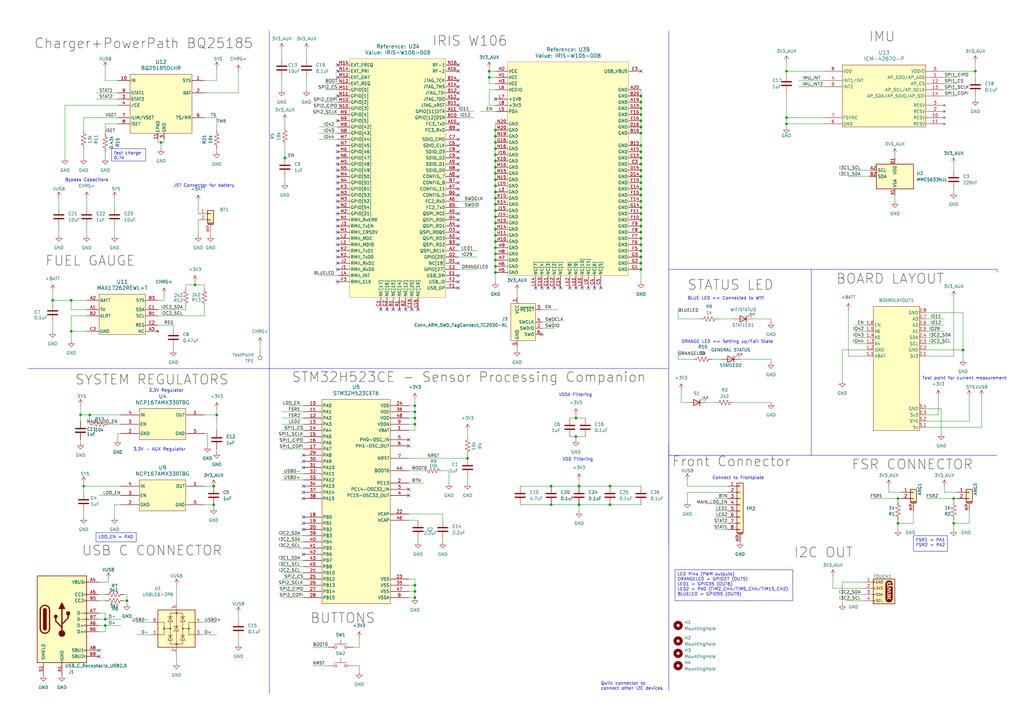
<source format=kicad_sch>
(kicad_sch (version 20231120) (generator "eeschema") (generator_version "8.0")
  (paper "A3")
  (title_block (title "Custom T-Stick Board") (date "2023-09") (rev "0.0.2") (company "Albert Niyonsenga"))
  (junction (at 203.2 71.12))
  (junction (at 368.3 204.47))
  (junction (at 262.89 90.17))
  (junction (at 87.63 199.39))
  (junction (at 262.89 82.55))
  (junction (at 203.2 66.04))
  (junction (at 203.2 86.36))
  (junction (at 170.18 166.37))
  (junction (at 34.29 199.39))
  (junction (at 262.89 54.61))
  (junction (at 262.89 110.49))
  (junction (at 43.18 256.54))
  (junction (at 203.2 78.74))
  (junction (at 262.89 102.87))
  (junction (at 36.83 170.18))
  (junction (at 203.2 96.52))
  (junction (at 200.66 31.75))
  (junction (at 191.77 187.96))
  (junction (at 203.2 60.96))
  (junction (at 262.89 77.47))
  (junction (at 236.22 179.07))
  (junction (at 116.84 64.77))
  (junction (at 203.2 53.34))
  (junction (at 203.2 73.66))
  (junction (at 250.19 207.01))
  (junction (at 237.49 199.39))
  (junction (at 170.18 240.03))
  (junction (at 400.05 29.21))
  (junction (at 203.2 88.9))
  (junction (at 262.89 95.25))
  (junction (at 322.58 29.21))
  (junction (at 21.59 123.19))
  (junction (at 391.16 214.63))
  (junction (at 170.18 173.99))
  (junction (at 237.49 207.01))
  (junction (at 262.89 64.77))
  (junction (at 391.16 204.47))
  (junction (at 322.58 50.8))
  (junction (at 322.58 48.26))
  (junction (at 87.63 207.01))
  (junction (at 262.89 92.71))
  (junction (at 262.89 105.41))
  (junction (at 203.2 81.28))
  (junction (at 262.89 44.45))
  (junction (at 226.06 207.01))
  (junction (at 203.2 99.06))
  (junction (at 203.2 76.2))
  (junction (at 203.2 109.22))
  (junction (at 262.89 41.91))
  (junction (at 262.89 69.85))
  (junction (at 262.89 74.93))
  (junction (at 203.2 68.58))
  (junction (at 236.22 171.45))
  (junction (at 170.18 242.57))
  (junction (at 368.3 214.63))
  (junction (at 262.89 67.31))
  (junction (at 29.21 135.89))
  (junction (at 250.19 199.39))
  (junction (at 170.18 245.11))
  (junction (at 226.06 199.39))
  (junction (at 170.18 171.45))
  (junction (at 88.9 170.18))
  (junction (at 203.2 111.76))
  (junction (at 203.2 63.5))
  (junction (at 200.66 29.21))
  (junction (at 52.07 246.38))
  (junction (at 262.89 100.33))
  (junction (at 203.2 58.42))
  (junction (at 262.89 85.09))
  (junction (at 262.89 59.69))
  (junction (at 80.01 116.84))
  (junction (at 203.2 91.44))
  (junction (at 43.18 254))
  (junction (at 394.97 143.51))
  (junction (at 262.89 39.37))
  (junction (at 33.02 170.18))
  (junction (at 262.89 107.95))
  (junction (at 262.89 87.63))
  (junction (at 170.18 168.91))
  (junction (at 203.2 55.88))
  (junction (at 262.89 72.39))
  (junction (at 262.89 46.99))
  (junction (at 29.21 123.19))
  (junction (at 66.04 58.42))
  (junction (at 262.89 49.53))
  (junction (at 203.2 106.68))
  (junction (at 203.2 104.14))
  (junction (at 262.89 80.01))
  (junction (at 262.89 97.79))
  (junction (at 262.89 52.07))
  (junction (at 262.89 62.23))
  (junction (at 203.2 101.6))
  (junction (at 203.2 93.98))
  (junction (at 203.2 83.82))
  (no_connect (at 138.43 90.17))
  (no_connect (at 187.96 62.23))
  (no_connect (at 187.96 87.63))
  (no_connect (at 187.96 57.15))
  (no_connect (at 187.96 92.71))
  (no_connect (at 187.96 100.33))
  (no_connect (at 246.38 118.11))
  (no_connect (at 138.43 72.39))
  (no_connect (at 138.43 97.79))
  (no_connect (at 167.64 200.66))
  (no_connect (at 187.96 40.64))
  (no_connect (at 138.43 87.63))
  (no_connect (at 262.89 29.21))
  (no_connect (at 187.96 33.02))
  (no_connect (at 241.3 118.11))
  (no_connect (at 167.64 182.88))
  (no_connect (at 138.43 80.01))
  (no_connect (at 124.46 204.47))
  (no_connect (at 229.87 118.11))
  (no_connect (at 138.43 67.31))
  (no_connect (at 124.46 186.69))
  (no_connect (at 187.96 118.11))
  (no_connect (at 203.2 40.64))
  (no_connect (at 124.46 189.23))
  (no_connect (at 187.96 95.25))
  (no_connect (at 187.96 80.01))
  (no_connect (at 138.43 39.37))
  (no_connect (at 187.96 72.39))
  (no_connect (at 187.96 29.21))
  (no_connect (at 124.46 201.93))
  (no_connect (at 138.43 49.53))
  (no_connect (at 187.96 74.93))
  (no_connect (at 227.33 118.11))
  (no_connect (at 138.43 64.77))
  (no_connect (at 224.79 118.11))
  (no_connect (at 124.46 191.77))
  (no_connect (at 138.43 102.87))
  (no_connect (at 167.64 203.2))
  (no_connect (at 187.96 38.1))
  (no_connect (at 158.75 127))
  (no_connect (at 138.43 62.23))
  (no_connect (at 124.46 227.33))
  (no_connect (at 156.21 127))
  (no_connect (at 124.46 217.17))
  (no_connect (at 138.43 77.47))
  (no_connect (at 187.96 113.03))
  (no_connect (at 167.64 180.34))
  (no_connect (at 236.22 118.11))
  (no_connect (at 187.96 69.85))
  (no_connect (at 187.96 26.67))
  (no_connect (at 222.25 118.11))
  (no_connect (at 187.96 50.8))
  (no_connect (at 138.43 92.71))
  (no_connect (at 124.46 199.39))
  (no_connect (at 222.25 137.16))
  (no_connect (at 187.96 115.57))
  (no_connect (at 138.43 105.41))
  (no_connect (at 163.83 127))
  (no_connect (at 187.96 77.47))
  (no_connect (at 138.43 31.75))
  (no_connect (at 138.43 29.21))
  (no_connect (at 124.46 214.63))
  (no_connect (at 138.43 74.93))
  (no_connect (at 138.43 82.55))
  (no_connect (at 233.68 118.11))
  (no_connect (at 138.43 59.69))
  (no_connect (at 187.96 53.34))
  (no_connect (at 138.43 100.33))
  (no_connect (at 243.84 118.11))
  (no_connect (at 161.29 127))
  (no_connect (at 138.43 26.67))
  (no_connect (at 166.37 127))
  (no_connect (at 138.43 107.95))
  (no_connect (at 138.43 95.25))
  (no_connect (at 238.76 118.11))
  (no_connect (at 219.71 118.11))
  (no_connect (at 187.96 64.77))
  (no_connect (at 138.43 110.49))
  (no_connect (at 187.96 35.56))
  (no_connect (at 138.43 69.85))
  (no_connect (at 187.96 59.69))
  (no_connect (at 187.96 97.79))
  (no_connect (at 187.96 107.95))
  (no_connect (at 187.96 43.18))
  (no_connect (at 187.96 90.17))
  (no_connect (at 168.91 127))
  (no_connect (at 187.96 67.31))
  (no_connect (at 138.43 85.09))
  (no_connect (at 171.45 127))
  (no_connect (at 40.64 266.7))
  (no_connect (at 40.64 269.24))
  (no_connect (at 138.43 115.57))
  (no_connect (at 124.46 212.09))
  (wire (pts (xy 115.57 242.57) (xy 124.46 242.57)))
  (wire (pts (xy 293.37 207.01) (xy 298.45 207.01)))
  (wire (pts (xy 43.18 251.46) (xy 43.18 254)))
  (wire (pts (xy 171.45 222.25) (xy 171.45 220.98)))
  (wire (pts (xy 292.1 147.32) (xy 295.91 147.32)))
  (wire (pts (xy 262.89 41.91) (xy 262.89 44.45)))
  (wire (pts (xy 83.82 177.8) (xy 85.09 177.8)))
  (wire (pts (xy 106.68 143.51) (xy 106.68 140.97)))
  (wire (pts (xy 316.23 148.59) (xy 316.23 147.32)))
  (wire (pts (xy 203.2 78.74) (xy 203.2 81.28)))
  (wire (pts (xy 203.2 43.18) (xy 200.66 43.18)))
  (wire (pts (xy 133.35 34.29) (xy 138.43 34.29)))
  (wire (pts (xy 345.44 143.51) (xy 345.44 156.21)))
  (wire (pts (xy 350.52 133.35) (xy 355.6 133.35)))
  (wire (pts (xy 191.77 186.69) (xy 191.77 187.96)))
  (wire (pts (xy 46.99 207.01) (xy 49.53 207.01)))
  (wire (pts (xy 391.16 204.47) (xy 392.43 204.47)))
  (wire (pts (xy 88.9 27.94) (xy 88.9 33.02)))
  (wire (pts (xy 200.66 36.83) (xy 203.2 36.83)))
  (wire (pts (xy 200.66 27.94) (xy 200.66 29.21)))
  (polyline (pts (xy 274.32 181.61) (xy 274.32 223.52)))
  (wire (pts (xy 379.73 204.47) (xy 391.16 204.47)))
  (wire (pts (xy 262.89 110.49) (xy 262.89 115.57)))
  (wire (pts (xy 379.73 138.43) (xy 387.35 138.43)))
  (polyline (pts (xy 110.49 284.48) (xy 110.49 223.52)))
  (wire (pts (xy 203.2 99.06) (xy 203.2 101.6)))
  (wire (pts (xy 184.15 193.04) (xy 184.15 198.12)))
  (wire (pts (xy 35.56 127) (xy 29.21 127)))
  (wire (pts (xy 262.89 87.63) (xy 262.89 90.17)))
  (wire (pts (xy 116.84 64.77) (xy 118.11 64.77)))
  (wire (pts (xy 82.55 255.27) (xy 88.9 255.27)))
  (wire (pts (xy 350.52 140.97) (xy 355.6 140.97)))
  (wire (pts (xy 187.96 45.72) (xy 194.31 45.72)))
  (wire (pts (xy 170.18 237.49) (xy 170.18 240.03)))
  (wire (pts (xy 144.78 265.43) (xy 147.32 265.43)))
  (wire (pts (xy 24.13 96.52) (xy 24.13 92.71)))
  (wire (pts (xy 203.2 111.76) (xy 203.2 115.57)))
  (wire (pts (xy 35.56 129.54) (xy 29.21 129.54)))
  (wire (pts (xy 29.21 129.54) (xy 29.21 135.89)))
  (wire (pts (xy 115.57 168.91) (xy 124.46 168.91)))
  (wire (pts (xy 52.07 246.38) (xy 50.8 246.38)))
  (wire (pts (xy 52.07 246.38) (xy 52.07 247.65)))
  (wire (pts (xy 133.35 46.99) (xy 138.43 46.99)))
  (wire (pts (xy 64.77 133.35) (xy 71.12 133.35)))
  (wire (pts (xy 322.58 38.1) (xy 322.58 48.26)))
  (wire (pts (xy 167.64 193.04) (xy 173.99 193.04)))
  (wire (pts (xy 39.37 38.1) (xy 48.26 38.1)))
  (wire (pts (xy 115.57 229.87) (xy 124.46 229.87)))
  (wire (pts (xy 262.89 72.39) (xy 262.89 74.93)))
  (wire (pts (xy 64.77 129.54) (xy 83.82 129.54)))
  (wire (pts (xy 384.81 162.56) (xy 384.81 170.18)))
  (wire (pts (xy 262.89 82.55) (xy 262.89 85.09)))
  (wire (pts (xy 236.22 171.45) (xy 240.03 171.45)))
  (wire (pts (xy 394.97 128.27) (xy 379.73 128.27)))
  (wire (pts (xy 81.28 90.17) (xy 81.28 96.52)))
  (wire (pts (xy 191.77 176.53) (xy 191.77 179.07)))
  (wire (pts (xy 34.29 198.12) (xy 34.29 199.39)))
  (wire (pts (xy 262.89 44.45) (xy 262.89 46.99)))
  (wire (pts (xy 289.56 165.1) (xy 293.37 165.1)))
  (wire (pts (xy 167.64 213.36) (xy 171.45 213.36)))
  (wire (pts (xy 379.73 167.64) (xy 386.08 167.64)))
  (wire (pts (xy 278.13 127) (xy 278.13 130.81)))
  (wire (pts (xy 262.89 92.71) (xy 262.89 95.25)))
  (wire (pts (xy 36.83 170.18) (xy 49.53 170.18)))
  (polyline (pts (xy 110.49 151.13) (xy 110.49 223.52)))
  (wire (pts (xy 262.89 52.07) (xy 262.89 54.61)))
  (wire (pts (xy 391.16 214.63) (xy 397.51 214.63)))
  (wire (pts (xy 29.21 135.89) (xy 29.21 139.7)))
  (wire (pts (xy 44.45 237.49) (xy 44.45 238.76)))
  (wire (pts (xy 88.9 48.26) (xy 83.82 48.26)))
  (wire (pts (xy 196.85 45.72) (xy 203.2 45.72)))
  (wire (pts (xy 83.82 116.84) (xy 80.01 116.84)))
  (wire (pts (xy 43.18 259.08) (xy 43.18 256.54)))
  (wire (pts (xy 226.06 199.39) (xy 237.49 199.39)))
  (wire (pts (xy 222.25 132.08) (xy 227.33 132.08)))
  (wire (pts (xy 167.64 176.53) (xy 170.18 176.53)))
  (wire (pts (xy 262.89 67.31) (xy 262.89 69.85)))
  (wire (pts (xy 35.56 123.19) (xy 29.21 123.19)))
  (wire (pts (xy 213.36 207.01) (xy 226.06 207.01)))
  (wire (pts (xy 147.32 273.05) (xy 147.32 275.59)))
  (wire (pts (xy 293.37 204.47) (xy 298.45 204.47)))
  (wire (pts (xy 187.96 85.09) (xy 195.58 85.09)))
  (wire (pts (xy 379.73 146.05) (xy 391.16 146.05)))
  (wire (pts (xy 116.84 72.39) (xy 116.84 74.93)))
  (wire (pts (xy 83.82 125.73) (xy 83.82 129.54)))
  (wire (pts (xy 128.27 273.05) (xy 134.62 273.05)))
  (wire (pts (xy 72.39 267.97) (xy 72.39 271.78)))
  (wire (pts (xy 387.35 29.21) (xy 400.05 29.21)))
  (wire (pts (xy 203.2 76.2) (xy 203.2 78.74)))
  (wire (pts (xy 236.22 180.34) (xy 236.22 179.07)))
  (wire (pts (xy 203.2 104.14) (xy 203.2 106.68)))
  (wire (pts (xy 144.78 273.05) (xy 147.32 273.05)))
  (wire (pts (xy 46.99 81.28) (xy 46.99 85.09)))
  (wire (pts (xy 67.31 58.42) (xy 67.31 57.15)))
  (wire (pts (xy 364.49 199.39) (xy 364.49 201.93)))
  (wire (pts (xy 368.3 204.47) (xy 369.57 204.47)))
  (wire (pts (xy 262.89 102.87) (xy 262.89 105.41)))
  (wire (pts (xy 237.49 196.85) (xy 237.49 199.39)))
  (wire (pts (xy 46.99 96.52) (xy 46.99 92.71)))
  (wire (pts (xy 87.63 207.01) (xy 87.63 208.28)))
  (wire (pts (xy 80.01 116.84) (xy 76.2 116.84)))
  (wire (pts (xy 387.35 34.29) (xy 392.43 34.29)))
  (wire (pts (xy 64.77 58.42) (xy 64.77 57.15)))
  (wire (pts (xy 40.64 203.2) (xy 49.53 203.2)))
  (wire (pts (xy 133.35 36.83) (xy 138.43 36.83)))
  (polyline (pts (xy 408.94 110.49) (xy 408.94 111.76)))
  (wire (pts (xy 170.18 166.37) (xy 170.18 168.91)))
  (wire (pts (xy 181.61 220.98) (xy 181.61 222.25)))
  (wire (pts (xy 354.33 243.84) (xy 346.71 243.84)))
  (wire (pts (xy 115.57 194.31) (xy 124.46 194.31)))
  (wire (pts (xy 48.26 33.02) (xy 43.18 33.02)))
  (wire (pts (xy 374.65 209.55) (xy 374.65 214.63)))
  (wire (pts (xy 34.29 64.77) (xy 34.29 60.96)))
  (wire (pts (xy 71.12 133.35) (xy 71.12 134.62)))
  (wire (pts (xy 187.96 48.26) (xy 194.31 48.26)))
  (wire (pts (xy 387.35 39.37) (xy 392.43 39.37)))
  (wire (pts (xy 170.18 242.57) (xy 170.18 245.11)))
  (wire (pts (xy 387.35 201.93) (xy 392.43 201.93)))
  (wire (pts (xy 115.57 234.95) (xy 124.46 234.95)))
  (wire (pts (xy 35.56 81.28) (xy 35.56 85.09)))
  (wire (pts (xy 43.18 50.8) (xy 43.18 54.61)))
  (wire (pts (xy 34.29 199.39) (xy 49.53 199.39)))
  (wire (pts (xy 97.79 38.1) (xy 97.79 29.21)))
  (wire (pts (xy 367.03 80.01) (xy 367.03 82.55)))
  (wire (pts (xy 347.98 127) (xy 347.98 146.05)))
  (wire (pts (xy 85.09 177.8) (xy 85.09 182.88)))
  (wire (pts (xy 48.26 43.18) (xy 26.67 43.18)))
  (wire (pts (xy 281.94 201.93) (xy 281.94 205.74)))
  (wire (pts (xy 368.3 214.63) (xy 368.3 217.17)))
  (wire (pts (xy 237.49 199.39) (xy 250.19 199.39)))
  (wire (pts (xy 203.2 93.98) (xy 203.2 96.52)))
  (wire (pts (xy 187.96 110.49) (xy 195.58 110.49)))
  (wire (pts (xy 40.64 238.76) (xy 44.45 238.76)))
  (wire (pts (xy 293.37 214.63) (xy 298.45 214.63)))
  (wire (pts (xy 40.64 259.08) (xy 43.18 259.08)))
  (wire (pts (xy 24.13 81.28) (xy 24.13 85.09)))
  (wire (pts (xy 115.57 232.41) (xy 124.46 232.41)))
  (wire (pts (xy 40.64 251.46) (xy 43.18 251.46)))
  (wire (pts (xy 203.2 96.52) (xy 203.2 99.06)))
  (wire (pts (xy 71.12 142.24) (xy 71.12 143.51)))
  (wire (pts (xy 115.57 245.11) (xy 124.46 245.11)))
  (wire (pts (xy 354.33 246.38) (xy 346.71 246.38)))
  (wire (pts (xy 203.2 88.9) (xy 203.2 91.44)))
  (wire (pts (xy 170.18 240.03) (xy 170.18 242.57)))
  (wire (pts (xy 29.21 127) (xy 29.21 123.19)))
  (wire (pts (xy 125.73 20.32) (xy 125.73 24.13)))
  (wire (pts (xy 170.18 171.45) (xy 170.18 173.99)))
  (wire (pts (xy 170.18 171.45) (xy 167.64 171.45)))
  (wire (pts (xy 203.2 66.04) (xy 203.2 68.58)))
  (wire (pts (xy 293.37 209.55) (xy 298.45 209.55)))
  (wire (pts (xy 83.82 207.01) (xy 87.63 207.01)))
  (wire (pts (xy 88.9 184.15) (xy 88.9 185.42)))
  (wire (pts (xy 66.04 58.42) (xy 66.04 60.96)))
  (wire (pts (xy 116.84 49.53) (xy 116.84 52.07)))
  (wire (pts (xy 213.36 199.39) (xy 226.06 199.39)))
  (wire (pts (xy 387.35 31.75) (xy 392.43 31.75)))
  (wire (pts (xy 203.2 83.82) (xy 203.2 86.36)))
  (wire (pts (xy 130.81 113.03) (xy 138.43 113.03)))
  (wire (pts (xy 368.3 204.47) (xy 368.3 205.74)))
  (wire (pts (xy 391.16 214.63) (xy 391.16 217.17)))
  (wire (pts (xy 76.2 125.73) (xy 76.2 127)))
  (wire (pts (xy 364.49 201.93) (xy 369.57 201.93)))
  (wire (pts (xy 226.06 207.01) (xy 237.49 207.01)))
  (wire (pts (xy 203.2 34.29) (xy 200.66 34.29)))
  (wire (pts (xy 262.89 54.61) (xy 262.89 59.69)))
  (wire (pts (xy 350.52 138.43) (xy 355.6 138.43)))
  (wire (pts (xy 203.2 63.5) (xy 203.2 66.04)))
  (wire (pts (xy 262.89 80.01) (xy 262.89 82.55)))
  (wire (pts (xy 34.29 199.39) (xy 34.29 201.93)))
  (wire (pts (xy 124.46 222.25) (xy 116.84 222.25)))
  (wire (pts (xy 130.81 52.07) (xy 138.43 52.07)))
  (wire (pts (xy 293.37 212.09) (xy 298.45 212.09)))
  (wire (pts (xy 400.05 39.37) (xy 400.05 40.64)))
  (wire (pts (xy 43.18 256.54) (xy 49.53 256.54)))
  (wire (pts (xy 33.02 170.18) (xy 33.02 172.72)))
  (wire (pts (xy 262.89 105.41) (xy 262.89 107.95)))
  (wire (pts (xy 83.82 170.18) (xy 88.9 170.18)))
  (wire (pts (xy 40.64 243.84) (xy 43.18 243.84)))
  (wire (pts (xy 203.2 55.88) (xy 203.2 58.42)))
  (wire (pts (xy 203.2 109.22) (xy 203.2 111.76)))
  (wire (pts (xy 43.18 27.94) (xy 43.18 33.02)))
  (wire (pts (xy 118.11 166.37) (xy 124.46 166.37)))
  (wire (pts (xy 322.58 48.26) (xy 322.58 50.8)))
  (wire (pts (xy 133.35 44.45) (xy 138.43 44.45)))
  (wire (pts (xy 200.66 29.21) (xy 200.66 31.75)))
  (wire (pts (xy 262.89 107.95) (xy 262.89 110.49)))
  (wire (pts (xy 237.49 207.01) (xy 250.19 207.01)))
  (wire (pts (xy 88.9 60.96) (xy 88.9 62.23)))
  (wire (pts (xy 115.57 171.45) (xy 124.46 171.45)))
  (wire (pts (xy 116.84 59.69) (xy 116.84 64.77)))
  (polyline (pts (xy 274.32 12.7) (xy 274.32 110.49)))
  (wire (pts (xy 88.9 48.26) (xy 88.9 53.34)))
  (wire (pts (xy 170.18 242.57) (xy 167.64 242.57)))
  (wire (pts (xy 72.39 240.03) (xy 72.39 247.65)))
  (wire (pts (xy 322.58 25.4) (xy 322.58 29.21)))
  (wire (pts (xy 262.89 77.47) (xy 262.89 80.01)))
  (wire (pts (xy 379.73 130.81) (xy 387.35 130.81)))
  (wire (pts (xy 387.35 36.83) (xy 392.43 36.83)))
  (wire (pts (xy 322.58 50.8) (xy 337.82 50.8)))
  (wire (pts (xy 379.73 170.18) (xy 384.81 170.18)))
  (wire (pts (xy 391.16 121.92) (xy 391.16 146.05)))
  (wire (pts (xy 203.2 73.66) (xy 203.2 76.2)))
  (wire (pts (xy 21.59 119.38) (xy 21.59 123.19)))
  (wire (pts (xy 203.2 53.34) (xy 203.2 55.88)))
  (wire (pts (xy 278.13 130.81) (xy 287.02 130.81)))
  (wire (pts (xy 88.9 167.64) (xy 88.9 170.18)))
  (wire (pts (xy 170.18 173.99) (xy 167.64 173.99)))
  (wire (pts (xy 115.57 31.75) (xy 115.57 36.83)))
  (wire (pts (xy 40.64 256.54) (xy 43.18 256.54)))
  (wire (pts (xy 170.18 245.11) (xy 167.64 245.11)))
  (wire (pts (xy 50.8 243.84) (xy 52.07 243.84)))
  (wire (pts (xy 262.89 74.93) (xy 262.89 77.47)))
  (wire (pts (xy 170.18 168.91) (xy 167.64 168.91)))
  (wire (pts (xy 293.37 217.17) (xy 298.45 217.17)))
  (wire (pts (xy 262.89 97.79) (xy 262.89 100.33)))
  (wire (pts (xy 44.45 173.99) (xy 49.53 173.99)))
  (wire (pts (xy 187.96 102.87) (xy 195.58 102.87)))
  (polyline (pts (xy 110.49 12.7) (xy 110.49 151.13)))
  (wire (pts (xy 170.18 166.37) (xy 167.64 166.37)))
  (wire (pts (xy 400.05 25.4) (xy 400.05 29.21)))
  (wire (pts (xy 21.59 132.08) (xy 21.59 135.89)))
  (wire (pts (xy 391.16 204.47) (xy 391.16 205.74)))
  (wire (pts (xy 115.57 240.03) (xy 124.46 240.03)))
  (wire (pts (xy 33.02 180.34) (xy 33.02 181.61)))
  (wire (pts (xy 262.89 85.09) (xy 262.89 87.63)))
  (wire (pts (xy 386.08 167.64) (xy 386.08 177.8)))
  (wire (pts (xy 356.87 204.47) (xy 368.3 204.47)))
  (wire (pts (xy 337.82 29.21) (xy 322.58 29.21)))
  (wire (pts (xy 115.57 20.32) (xy 115.57 24.13)))
  (polyline (pts (xy 274.32 110.49) (xy 408.94 110.49)))
  (wire (pts (xy 191.77 195.58) (xy 191.77 198.12)))
  (wire (pts (xy 355.6 143.51) (xy 345.44 143.51)))
  (wire (pts (xy 43.18 50.8) (xy 48.26 50.8)))
  (wire (pts (xy 379.73 172.72) (xy 397.51 172.72)))
  (wire (pts (xy 115.57 176.53) (xy 124.46 176.53)))
  (wire (pts (xy 397.51 209.55) (xy 397.51 214.63)))
  (wire (pts (xy 35.56 96.52) (xy 35.56 92.71)))
  (wire (pts (xy 262.89 39.37) (xy 262.89 41.91)))
  (wire (pts (xy 115.57 179.07) (xy 124.46 179.07)))
  (wire (pts (xy 262.89 46.99) (xy 262.89 49.53)))
  (wire (pts (xy 115.57 237.49) (xy 124.46 237.49)))
  (wire (pts (xy 394.97 143.51) (xy 394.97 128.27)))
  (wire (pts (xy 48.26 177.8) (xy 48.26 180.34)))
  (wire (pts (xy 303.53 147.32) (xy 316.23 147.32)))
  (wire (pts (xy 43.18 254) (xy 49.53 254)))
  (wire (pts (xy 88.9 170.18) (xy 88.9 176.53)))
  (wire (pts (xy 394.97 147.32) (xy 394.97 143.51)))
  (wire (pts (xy 125.73 31.75) (xy 125.73 36.83)))
  (wire (pts (xy 294.64 130.81) (xy 300.99 130.81)))
  (wire (pts (xy 64.77 123.19) (xy 67.31 123.19)))
  (wire (pts (xy 222.25 134.62) (xy 227.33 134.62)))
  (polyline (pts (xy 274.32 110.49) (xy 274.32 283.21)))
  (wire (pts (xy 262.89 59.69) (xy 262.89 62.23)))
  (wire (pts (xy 130.81 57.15) (xy 138.43 57.15)))
  (wire (pts (xy 337.82 33.02) (xy 327.66 33.02)))
  (polyline (pts (xy 110.49 151.13) (xy 274.32 151.13)))
  (wire (pts (xy 181.61 210.82) (xy 181.61 213.36)))
  (wire (pts (xy 82.55 260.35) (xy 88.9 260.35)))
  (wire (pts (xy 170.18 237.49) (xy 167.64 237.49)))
  (wire (pts (xy 308.61 130.81) (xy 316.23 130.81)))
  (wire (pts (xy 52.07 243.84) (xy 52.07 246.38)))
  (wire (pts (xy 337.82 48.26) (xy 322.58 48.26)))
  (wire (pts (xy 64.77 127) (xy 76.2 127)))
  (wire (pts (xy 170.18 176.53) (xy 170.18 173.99)))
  (wire (pts (xy 67.31 120.65) (xy 67.31 123.19)))
  (wire (pts (xy 115.57 219.71) (xy 124.46 219.71)))
  (wire (pts (xy 236.22 179.07) (xy 240.03 179.07)))
  (wire (pts (xy 400.05 29.21) (xy 400.05 31.75)))
  (wire (pts (xy 236.22 170.18) (xy 236.22 171.45)))
  (wire (pts (xy 29.21 123.19) (xy 21.59 123.19)))
  (wire (pts (xy 203.2 91.44) (xy 203.2 93.98)))
  (wire (pts (xy 212.09 119.38) (xy 212.09 121.92)))
  (polyline (pts (xy 11.43 151.13) (xy 110.49 151.13)))
  (wire (pts (xy 48.26 177.8) (xy 49.53 177.8)))
  (wire (pts (xy 262.89 36.83) (xy 262.89 39.37)))
  (wire (pts (xy 83.82 118.11) (xy 83.82 116.84)))
  (wire (pts (xy 203.2 60.96) (xy 203.2 63.5)))
  (wire (pts (xy 26.67 43.18) (xy 26.67 64.77)))
  (wire (pts (xy 391.16 67.31) (xy 391.16 69.85)))
  (wire (pts (xy 281.94 201.93) (xy 298.45 201.93)))
  (wire (pts (xy 262.89 69.85) (xy 262.89 72.39)))
  (wire (pts (xy 200.66 43.18) (xy 200.66 36.83)))
  (wire (pts (xy 81.28 82.55) (xy 81.28 87.63)))
  (wire (pts (xy 262.89 64.77) (xy 262.89 67.31)))
  (wire (pts (xy 187.96 105.41) (xy 195.58 105.41)))
  (wire (pts (xy 187.96 82.55) (xy 195.58 82.55)))
  (wire (pts (xy 33.02 166.37) (xy 33.02 170.18)))
  (polyline (pts (xy 332.74 110.49) (xy 332.74 186.69)))
  (wire (pts (xy 86.36 96.52) (xy 86.36 95.25)))
  (wire (pts (xy 379.73 175.26) (xy 402.59 175.26)))
  (polyline (pts (xy 274.32 186.69) (xy 408.94 186.69)))
  (wire (pts (xy 167.64 210.82) (xy 181.61 210.82)))
  (wire (pts (xy 115.57 173.99) (xy 124.46 173.99)))
  (wire (pts (xy 279.4 165.1) (xy 281.94 165.1)))
  (wire (pts (xy 203.2 86.36) (xy 203.2 88.9)))
  (wire (pts (xy 167.64 198.12) (xy 173.99 198.12)))
  (wire (pts (xy 397.51 162.56) (xy 397.51 172.72)))
  (wire (pts (xy 21.59 124.46) (xy 21.59 123.19)))
  (wire (pts (xy 212.09 143.51) (xy 212.09 142.24)))
  (wire (pts (xy 350.52 135.89) (xy 355.6 135.89)))
  (wire (pts (xy 170.18 240.03) (xy 167.64 240.03)))
  (wire (pts (xy 181.61 193.04) (xy 184.15 193.04)))
  (wire (pts (xy 33.02 170.18) (xy 36.83 170.18)))
  (wire (pts (xy 402.59 162.56) (xy 402.59 175.26)))
  (wire (pts (xy 97.79 261.62) (xy 97.79 264.16)))
  (wire (pts (xy 34.29 48.26) (xy 48.26 48.26)))
  (wire (pts (xy 391.16 77.47) (xy 391.16 78.74)))
  (wire (pts (xy 222.25 127) (xy 228.6 127)))
  (wire (pts (xy 391.16 213.36) (xy 391.16 214.63)))
  (wire (pts (xy 322.58 29.21) (xy 322.58 30.48)))
  (wire (pts (xy 83.82 38.1) (xy 97.79 38.1)))
  (wire (pts (xy 341.63 236.22) (xy 341.63 241.3)))
  (wire (pts (xy 203.2 58.42) (xy 203.2 60.96)))
  (wire (pts (xy 83.82 199.39) (xy 87.63 199.39)))
  (wire (pts (xy 115.57 184.15) (xy 124.46 184.15)))
  (wire (pts (xy 115.57 196.85) (xy 124.46 196.85)))
  (wire (pts (xy 278.13 143.51) (xy 278.13 147.32)))
  (wire (pts (xy 250.19 199.39) (xy 262.89 199.39)))
  (wire (pts (xy 322.58 50.8) (xy 322.58 52.07)))
  (wire (pts (xy 262.89 95.25) (xy 262.89 97.79)))
  (wire (pts (xy 379.73 143.51) (xy 394.97 143.51)))
  (wire (pts (xy 34.29 48.26) (xy 34.29 53.34)))
  (wire (pts (xy 387.35 199.39) (xy 387.35 201.93)))
  (wire (pts (xy 34.29 209.55) (xy 34.29 212.09)))
  (wire (pts (xy 203.2 101.6) (xy 203.2 104.14)))
  (wire (pts (xy 203.2 50.8) (xy 203.2 53.34)))
  (wire (pts (xy 128.27 265.43) (xy 134.62 265.43)))
  (wire (pts (xy 379.73 133.35) (xy 387.35 133.35)))
  (wire (pts (xy 203.2 106.68) (xy 203.2 109.22)))
  (wire (pts (xy 367.03 63.5) (xy 367.03 64.77)))
  (wire (pts (xy 379.73 140.97) (xy 387.35 140.97)))
  (wire (pts (xy 298.45 199.39) (xy 281.94 199.39)))
  (wire (pts (xy 170.18 163.83) (xy 170.18 166.37)))
  (wire (pts (xy 133.35 41.91) (xy 138.43 41.91)))
  (wire (pts (xy 147.32 261.62) (xy 147.32 265.43)))
  (wire (pts (xy 279.4 160.02) (xy 279.4 165.1)))
  (wire (pts (xy 262.89 90.17) (xy 262.89 92.71)))
  (wire (pts (xy 170.18 168.91) (xy 170.18 171.45)))
  (wire (pts (xy 64.77 58.42) (xy 66.04 58.42)))
  (wire (pts (xy 354.33 238.76) (xy 345.44 238.76)))
  (wire (pts (xy 233.68 179.07) (xy 236.22 179.07)))
  (wire (pts (xy 345.44 238.76) (xy 345.44 247.65)))
  (wire (pts (xy 76.2 116.84) (xy 76.2 118.11)))
  (wire (pts (xy 237.49 209.55) (xy 237.49 207.01)))
  (wire (pts (xy 83.82 33.02) (xy 88.9 33.02)))
  (wire (pts (xy 43.18 64.77) (xy 43.18 62.23)))
  (wire (pts (xy 347.98 146.05) (xy 355.6 146.05)))
  (wire (pts (xy 203.2 81.28) (xy 203.2 83.82)))
  (wire (pts (xy 200.66 31.75) (xy 203.2 31.75)))
  (wire (pts (xy 281.94 196.85) (xy 281.94 199.39)))
  (wire (pts (xy 327.66 35.56) (xy 337.82 35.56)))
  (wire (pts (xy 80.01 116.84) (xy 80.01 115.57)))
  (wire (pts (xy 200.66 31.75) (xy 200.66 34.29)))
  (wire (pts (xy 278.13 147.32) (xy 284.48 147.32)))
  (wire (pts (xy 36.83 170.18) (xy 36.83 173.99)))
  (wire (pts (xy 347.98 72.39) (xy 356.87 72.39)))
  (wire (pts (xy 130.81 54.61) (xy 138.43 54.61)))
  (wire (pts (xy 368.3 213.36) (xy 368.3 214.63)))
  (wire (pts (xy 97.79 251.46) (xy 97.79 254)))
  (wire (pts (xy 66.04 58.42) (xy 67.31 58.42)))
  (wire (pts (xy 39.37 40.64) (xy 48.26 40.64)))
  (wire (pts (xy 203.2 71.12) (xy 203.2 73.66)))
  (wire (pts (xy 167.64 187.96) (xy 191.77 187.96)))
  (wire (pts (xy 200.66 29.21) (xy 203.2 29.21)))
  (wire (pts (xy 233.68 171.45) (xy 236.22 171.45)))
  (wire (pts (xy 40.64 254) (xy 43.18 254)))
  (wire (pts (xy 203.2 68.58) (xy 203.2 71.12)))
  (wire (pts (xy 347.98 69.85) (xy 356.87 69.85)))
  (wire (pts (xy 62.23 255.27) (xy 55.88 255.27)))
  (wire (pts (xy 300.99 165.1) (xy 316.23 165.1)))
  (wire (pts (xy 262.89 49.53) (xy 262.89 52.07)))
  (wire (pts (xy 262.89 62.23) (xy 262.89 64.77)))
  (wire (pts (xy 316.23 132.08) (xy 316.23 130.81)))
  (wire (pts (xy 62.23 260.35) (xy 55.88 260.35)))
  (wire (pts (xy 379.73 135.89) (xy 387.35 135.89)))
  (wire (pts (xy 262.89 100.33) (xy 262.89 102.87)))
  (wire (pts (xy 29.21 135.89) (xy 35.56 135.89)))
  (wire (pts (xy 368.3 214.63) (xy 374.65 214.63)))
  (wire (pts (xy 115.57 181.61) (xy 124.46 181.61)))
  (wire (pts (xy 354.33 241.3) (xy 341.63 241.3)))
  (wire (pts (xy 250.19 207.01) (xy 262.89 207.01)))
  (wire (pts (xy 46.99 207.01) (xy 46.99 212.09)))
  (wire (pts (xy 124.46 224.79) (xy 116.84 224.79)))
  (wire (pts (xy 40.64 246.38) (xy 43.18 246.38)))
  (text_box "LED Pins (PWM outputs)\nORANGELED = GPIO27 (OUT5)\nLED1 = GPIO35 (OUT6)\nLED2 = PA0 (TIM2_CH4/TIM5_CH4/TIM15_CH2)\nBLUELED = GPIO55 (OUT9)" (at 276.86 233.68 0) (size 48.26 12.7) (effects (font (size 1.27 1.27)) (justify left top)))
  (text_box "FSR1 = PA1\nFSR2 = PA2" (at 374.65 219.71 0) (size 13.97 6.35) (effects (font (size 1.27 1.27)) (justify left top)))
  (text_box "fast charge 0.7A" (at 45.72 60.96 0) (size 13.97 5.08) (effects (font (size 1.27 1.27)) (justify left top)))
  (text_box "LDO_EN = PA0" (at 39.37 218.44 0) (size 16.51 3.81) (effects (font (size 1.27 1.27)) (justify left top)))
  (text "STM32H523CE - Sensor Processing Companion" (at 119.634 157.226 0) (effects (font (size 4 4)) (justify left bottom)))
  (text "Qwiic connector to \nconnect other I2C devices" (at 246.38 283.21 0) (effects (font (size 1.27 1.27)) (justify left bottom)))
  (text "FUEL GAUGE" (at 18.542 109.474 0) (effects (font (size 4 4)) (justify left bottom)))
  (text "FSR CONNECTOR" (at 349.25 193.04 0) (effects (font (size 4 4)) (justify left bottom)))
  (text "JST Connector for battery\n" (at 71.12 76.962 0) (effects (font (size 1.27 1.27)) (justify left bottom)))
  (text "IMU" (at 356.362 17.526 0) (effects (font (size 4 4)) (justify left bottom)))
  (text "BOARD LAYOUT" (at 342.9 116.84 0) (effects (font (size 4 4)) (justify left bottom)))
  (text "Charger+PowerPath BQ25185" (at 13.97 20.32 0) (effects (font (size 4 4)) (justify left bottom)))
  (text "I2C OUT" (at 325.628 229.108 0) (effects (font (size 4 4)) (justify left bottom)))
  (text "Bypass Capacitors\n\n\n" (at 26.67 78.74 0) (effects (font (size 1.27 1.27)) (justify left bottom)))
  (text "STATUS LED" (at 281.94 119.38 0) (effects (font (size 4 4)) (justify left bottom)))
  (text "SYSTEM REGULATORS" (at 30.734 158.242 0) (effects (font (size 4 4)) (justify left bottom)))
  (text "VDDA Filtering" (at 229.108 162.814 0) (effects (font (size 1.27 1.27)) (justify left bottom)))
  (text "BLUE LED == Connected to Wifi" (at 281.94 123.19 0) (effects (font (size 1.27 1.27)) (justify left bottom)))
  (text "3.3V - AUX Regulator\n\n\n" (at 54.61 189.23 0) (effects (font (size 1.27 1.27)) (justify left bottom)))
  (text "IRIS W106" (at 177.292 19.304 0) (effects (font (size 4 4)) (justify left bottom)))
  (text "Test point for current measurement" (at 378.206 155.956 0) (effects (font (size 1.27 1.27)) (justify left bottom)))
  (text "Front Connector" (at 275.59 191.77 0) (effects (font (size 4 4)) (justify left bottom)))
  (text "BUTTONS" (at 127.254 256.032 0) (effects (font (size 4 4)) (justify left bottom)))
  (text "VDD Filtering" (at 230.632 189.23 0) (effects (font (size 1.27 1.27)) (justify left bottom)))
  (text "3.3V Regulator\n\n\n" (at 60.96 165.1 0) (effects (font (size 1.27 1.27)) (justify left bottom)))
  (text "Connect to Frontplate" (at 292.1 196.85 0) (effects (font (size 1.27 1.27)) (justify left bottom)))
  (text "ORANGE LED == Setting up/Fail State" (at 279.4 140.97 0) (effects (font (size 1.27 1.27)) (justify left bottom)))
  (text "USB C CONNECTOR" (at 33.528 228.346 0) (effects (font (size 4 4)) (justify left bottom)))
  (label "MAIN_LDO_EN" (at 298.45 207.01 180))
  (label "I3C2_SDA" (at 123.19 222.25 180))
  (label "I3C2_SCL" (at 353.06 246.38 180))
  (label "SPI1_COPI" (at 387.35 39.37 0))
  (label "IO11" (at 187.96 45.72 0))
  (label "LDO_EN" (at 123.19 166.37 180))
  (label "STAT2" (at 40.64 40.64 0))
  (label "SPI2_CIPO" (at 138.43 44.45 180))
  (label "BLUELED" (at 137.16 113.03 180))
  (label "REG" (at 67.31 133.35 0))
  (label "SPI2_CIPO" (at 124.46 242.57 180))
  (label "TS" (at 86.36 48.26 0))
  (label "I3C2_SCL" (at 123.19 224.79 180))
  (label "SPI1_CS" (at 124.46 176.53 180))
  (label "BOOT" (at 133.35 34.29 0))
  (label "SWDIO" (at 223.52 134.62 0))
  (label "SPI2_SCLK" (at 138.43 46.99 180))
  (label "I2C2_SCL" (at 123.19 234.95 180))
  (label "IO11" (at 386.08 130.81 180))
  (label "EN" (at 354.33 133.35 180))
  (label "SPI2_SCLK" (at 124.46 240.03 180))
  (label "STAT1" (at 40.64 38.1 0))
  (label "EN" (at 118.11 64.77 0))
  (label "BOOT0" (at 128.27 265.43 0))
  (label "NRST" (at 175.26 187.96 0))
  (label "SPI1_CS" (at 387.35 34.29 0))
  (label "SPI1_SCLK" (at 124.46 179.07 180))
  (label "SWDCLK" (at 190.5 82.55 0))
  (label "EN" (at 223.52 127 0))
  (label "SPI2_COPI" (at 138.43 41.91 180))
  (label "TMR" (at 88.9 50.8 0))
  (label "SPI1_CIPO" (at 387.35 31.75 0))
  (label "IO43" (at 137.16 54.61 180))
  (label "USBD+" (at 123.19 196.85 180))
  (label "I3C2_SDA" (at 381 138.43 0))
  (label "BLUELED" (at 278.13 128.27 0))
  (label "SPI2_COPI" (at 124.46 245.11 180))
  (label "LED1" (at 189.23 102.87 0))
  (label "I3C1_SDA" (at 353.06 72.39 180))
  (label "IO43" (at 354.33 138.43 180))
  (label "USBD-" (at 60.96 255.27 180))
  (label "D-" (at 44.45 254 0))
  (label "MAIN_LDO_EN" (at 48.26 173.99 180))
  (label "EN" (at 199.39 45.72 0))
  (label "I2C2_SCL" (at 66.04 129.54 0))
  (label "IMU_INT" (at 336.55 33.02 180))
  (label "SPI2_CS" (at 124.46 237.49 180))
  (label "SPI1_COPI" (at 124.46 184.15 180))
  (label "I3C1_SCL" (at 353.06 69.85 180))
  (label "I3C1_SCL" (at 123.19 232.41 180))
  (label "LDO_EN" (at 49.53 203.2 180))
  (label "SPI1_CIPO" (at 124.46 181.61 180))
  (label "STAT1" (at 298.45 217.17 180))
  (label "ISET" (at 43.18 54.61 0))
  (label "IMU_INT2" (at 328.93 35.56 0))
  (label "NRST" (at 128.27 273.05 0))
  (label "STAT2" (at 298.45 214.63 180))
  (label "IO44" (at 354.33 140.97 180))
  (label "SPI1_SCLK" (at 387.35 36.83 0))
  (label "LED1" (at 298.45 209.55 180))
  (label "IO42" (at 137.16 52.07 180))
  (label "IO29" (at 381 135.89 0))
  (label "FSR2" (at 123.19 171.45 180))
  (label "I3C2_SDA" (at 353.06 243.84 180))
  (label "I2C2_SDA" (at 66.04 127 0))
  (label "IO29" (at 189.23 105.41 0))
  (label "IO44" (at 137.16 57.15 180))
  (label "I2C2_SDA" (at 123.19 219.71 180))
  (label "D+" (at 83.82 260.35 0))
  (label "VSET" (at 43.18 48.26 0))
  (label "IO12" (at 386.08 133.35 180))
  (label "I3C2_SCL" (at 381 140.97 0))
  (label "BOOT0" (at 168.91 193.04 0))
  (label "D-" (at 60.96 260.35 180))
  (label "LED2" (at 298.45 212.09 180))
  (label "SWDIO" (at 190.5 85.09 0))
  (label "IO12" (at 193.04 48.26 180))
  (label "BTN" (at 168.91 198.12 0))
  (label "ORANGELED" (at 189.23 110.49 0))
  (label "USBD+" (at 83.82 255.27 0))
  (label "IO42" (at 354.33 135.89 180))
  (label "SWDCLK" (at 223.52 132.08 0))
  (label "SPI2_CS" (at 138.43 36.83 180))
  (label "D+" (at 44.45 256.54 0))
  (label "BTN" (at 298.45 204.47 180))
  (label "FSR1" (at 123.19 168.91 180))
  (label "USBD-" (at 123.19 194.31 180))
  (label "FSR1" (at 361.95 204.47 180))
  (label "LED2" (at 123.19 173.99 180))
  (label "ORANGELED" (at 278.13 146.05 0))
  (label "I3C1_SDA" (at 123.19 229.87 180))
  (label "FSR2" (at 384.81 204.47 180))
  (symbol (lib_name "+3V3_2") (lib_id "power:+3V3") (at 384.81 162.56 0) (unit 1)
    (property "Reference" "#PWR055" (effects (hide yes)))
    (property "Value" "+3V3" (at 384.81 157.48 0))
  )
  (symbol (lib_id "Device:R_US") (at 290.83 130.81 90) (unit 1)
    (property "Reference" "R8" (at 290.83 125.73 90))
    (property "Value" "1k" (at 290.83 128.27 90))
    (property "Footprint" "Resistor_SMD:R_0402_1005Metric" (effects (hide yes)))
    (property "Datasheet" "https://industrial.panasonic.com/cdbs/www-data/pdf/RDA0000/AOA0000C304.pdf" (effects (hide yes)))
    (property "Description" "1 kOhms ±1% 0.1W, 1/10W Chip Resistor 0402 (1005 Metric) Automotive AEC-Q200 Thick Film" (effects (hide yes)))
    (property "Mfg Part #" "ERJ-2RKF1001X" (effects (hide yes)))
    (property "Manufacturer" "Panasonic Electronic Components" (effects (hide yes)))
    (property "mpn" "ERJ-2RKF1001X" (effects (hide yes)))
  )
  (symbol (lib_id "Device:C") (at 237.49 203.2 0) (unit 1)
    (property "Reference" "C24" (at 241.3 201.93 0) (effects (justify left)))
    (property "Value" "0.1uF" (at 241.3 204.47 0) (effects (justify left)))
    (property "Footprint" "Capacitor_SMD:C_0402_1005Metric" (effects (hide yes)))
    (property "Datasheet" "https://mm.digikey.com/Volume0/opasdata/d220001/medias/docus/41/CL03A104KP3NNNC_Spec.pdf" (effects (hide yes)))
    (property "Description" "0.1 µF ±10% 16V Ceramic Capacitor X7R 0402 (1005 Metric)" (effects (hide yes)))
    (property "Mfg Part #" "CL05B104KO5NNNC" (effects (hide yes)))
    (property "Manufacturer" "Samsung Electro-Mechanics" (effects (hide yes)))
    (property "mpn" "CL05B104KO5NNNC" (effects (hide yes)))
  )
  (symbol (lib_id "VUSB:VUSB") (at 97.79 251.46 0) (unit 1) (in_bom no) (on_board no)
    (property "Reference" "#VUSB08" (effects (hide yes)))
    (property "Value" "VUSB" (at 95.25 247.65 0) (effects (justify left)))
  )
  (symbol (lib_name "+3V3_2") (lib_id "power:+3V3") (at 236.22 170.18 0) (unit 1)
    (property "Reference" "#PWR071" (effects (hide yes)))
    (property "Value" "+3V3" (at 236.22 165.1 0))
  )
  (symbol (lib_id "Device:C") (at 24.13 88.9 0) (unit 1)
    (property "Reference" "C21" (at 27.94 87.63 0) (effects (justify left)))
    (property "Value" "10uF" (at 27.94 90.17 0) (effects (justify left)))
    (property "Footprint" "Capacitor_SMD:C_0603_1608Metric" (effects (hide yes)))
    (property "Datasheet" "https://mm.digikey.com/Volume0/opasdata/d220001/medias/docus/609/CL10A106KQ8NNNC_Spec.pdf" (effects (hide yes)))
    (property "Description" "10 µF ±10% 6.3V Ceramic Capacitor X5R 0603 (1608 Metric)" (effects (hide yes)))
    (property "Mfg Part #" "CL10A106KO8NNNC" (effects (hide yes)))
    (property "Manufacturer" "Samsung Electro-Mechanics" (effects (hide yes)))
    (property "mpn" "CL10A105KO8NNNC" (effects (hide yes)))
  )
  (symbol (lib_id "Device:R_US") (at 297.18 165.1 90) (unit 1)
    (property "Reference" "R3" (at 297.18 160.02 90))
    (property "Value" "2k2" (at 297.18 162.56 90))
    (property "Footprint" "Resistor_SMD:R_0402_1005Metric" (effects (hide yes)))
    (property "Datasheet" "https://industrial.panasonic.com/cdbs/www-data/pdf/RDA0000/AOA0000C304.pdf" (effects (hide yes)))
    (property "Description" "2.2 kOhms ±1% 0.1W, 1/10W Chip Resistor 0402 (1005 Metric) Automotive AEC-Q200 Thick Film" (effects (hide yes)))
    (property "Mfg Part #" "ERJ-2RKF2201X" (effects (hide yes)))
    (property "Manufacturer" "Panasonic Electronic Components" (effects (hide yes)))
    (property "mpn" "ERJ-2RKF2201X" (effects (hide yes)))
  )
  (symbol (lib_id "Device:C") (at 116.84 68.58 0) (unit 1)
    (property "Reference" "C9" (at 120.65 67.31 0) (effects (justify left)))
    (property "Value" "1uF" (at 120.65 69.85 0) (effects (justify left)))
    (property "Footprint" "Capacitor_SMD:C_0402_1005Metric" (effects (hide yes)))
    (property "Datasheet" "https://mm.digikey.com/Volume0/opasdata/d220001/medias/docus/41/CL03A105KQ3CSNC_Spec.pdf" (effects (hide yes)))
    (property "Description" "1 µF ±10% 16V Ceramic Capacitor X5R 0402 (1005 Metric)" (effects (hide yes)))
    (property "Mfg Part #" "CL05A105KO5NNNC" (effects (hide yes)))
    (property "Manufacturer" "Samsung Electro-Mechanics" (effects (hide yes)))
    (property "mpn" "CL05A105KO5NNNC" (effects (hide yes)))
  )
  (symbol (lib_id "Device:C") (at 88.9 180.34 0) (unit 1)
    (property "Reference" "C12" (at 92.71 179.07 0) (effects (justify left)))
    (property "Value" "1uF" (at 92.71 181.61 0) (effects (justify left)))
    (property "Footprint" "Capacitor_SMD:C_0402_1005Metric" (effects (hide yes)))
    (property "Datasheet" "https://mm.digikey.com/Volume0/opasdata/d220001/medias/docus/41/CL03A105KQ3CSNC_Spec.pdf" (effects (hide yes)))
    (property "Description" "1 µF ±10% 16V Ceramic Capacitor X5R 0402 (1005 Metric)" (effects (hide yes)))
    (property "Mfg Part #" "CL05A105KO5NNNC" (effects (hide yes)))
    (property "Manufacturer" "Samsung Electro-Mechanics" (effects (hide yes)))
    (property "mpn" "CL05A105KO5NNNC" (effects (hide yes)))
  )
  (symbol (lib_name "GND_2") (lib_id "power:GND") (at 316.23 148.59 0) (unit 1)
    (property "Reference" "#PWR063" (effects (hide yes)))
    (property "Value" "GND" (at 316.23 153.67 0))
  )
  (symbol (lib_id "power-symbols:VSYS") (at 34.29 198.12 0) (unit 1) (in_bom no) (on_board no)
    (property "Reference" "SYS4" (effects (hide yes)))
    (property "Value" "SYS" (at 33.02 194.31 0) (effects (justify left)))
  )
  (symbol (lib_id "Device:C") (at 240.03 175.26 0) (unit 1)
    (property "Reference" "C16" (at 243.84 173.99 0) (effects (justify left)))
    (property "Value" "0.1uF" (at 243.84 176.53 0) (effects (justify left)))
    (property "Footprint" "Capacitor_SMD:C_0402_1005Metric" (effects (hide yes)))
    (property "Datasheet" "https://mm.digikey.com/Volume0/opasdata/d220001/medias/docus/41/CL03A104KP3NNNC_Spec.pdf" (effects (hide yes)))
    (property "Description" "0.1 µF ±10% 16V Ceramic Capacitor X7R 0402 (1005 Metric)" (effects (hide yes)))
    (property "Mfg Part #" "CL05B104KO5NNNC" (effects (hide yes)))
    (property "Manufacturer" "Samsung Electro-Mechanics" (effects (hide yes)))
    (property "mpn" "CL05B104KO5NNNC" (effects (hide yes)))
  )
  (symbol (lib_name "+3V3_2") (lib_id "power:+3V3") (at 279.4 160.02 0) (unit 1)
    (property "Reference" "#PWR011" (effects (hide yes)))
    (property "Value" "+3V3" (at 279.4 154.94 0))
  )
  (symbol (lib_id "Device:C") (at 35.56 88.9 0) (unit 1)
    (property "Reference" "C22" (at 39.37 87.63 0) (effects (justify left)))
    (property "Value" "1uF" (at 39.37 90.17 0) (effects (justify left)))
    (property "Footprint" "Capacitor_SMD:C_0402_1005Metric" (effects (hide yes)))
    (property "Datasheet" "https://mm.digikey.com/Volume0/opasdata/d220001/medias/docus/41/CL03A105KQ3CSNC_Spec.pdf" (effects (hide yes)))
    (property "Description" "1 µF ±10% 16V Ceramic Capacitor X5R 0402 (1005 Metric)" (effects (hide yes)))
    (property "Mfg Part #" "CL05A105KO5NNNC" (effects (hide yes)))
    (property "Manufacturer" "Samsung Electro-Mechanics" (effects (hide yes)))
    (property "mpn" "CL05A105KO5NNNC" (effects (hide yes)))
  )
  (symbol (lib_id "ENCHANTI_regulators:NCP167AMX330TBG") (at 66.04 172.72 0) (unit 1)
    (property "Reference" "U4" (at 66.675 162.56 0) (effects (font (size 1.524 1.524))))
    (property "Value" "NCP167AMX330TBG" (at 66.675 165.1 0) (effects (font (size 1.524 1.524))))
    (property "Footprint" "ENCHANTI_regulators:XDFN4_1X1_711AJ_ONS" (effects (hide yes)))
    (property "Datasheet" "https://www.onsemi.com/pdf/datasheet/ncp167-d.pdf" (effects (hide yes)))
    (property "Description" "3.3V Linear Voltage Regulator IC Positive Fixed 1 Output 700mA 4-XDFN (1x1)" (effects (hide yes)))
    (property "Mfg Part #" "NCP167AMX330TBG" (effects (hide yes)))
    (property "Manufacturer" "onsemi" (effects (hide yes)))
  )
  (symbol (lib_id "Mechanical:MountingHole") (at 278.13 262.89 0) (unit 1) (in_bom no)
    (property "Reference" "H2" (at 280.67 261.62 0) (effects (justify left)))
    (property "Value" "MountingHole" (at 280.67 264.16 0) (effects (justify left)))
    (property "Footprint" "MountingHole:MountingHole_3.2mm_M3" (effects (hide yes)))
  )
  (symbol (lib_id "Device:C") (at 262.89 203.2 0) (unit 1)
    (property "Reference" "C26" (at 266.7 201.93 0) (effects (justify left)))
    (property "Value" "0.1uF" (at 266.7 204.47 0) (effects (justify left)))
    (property "Footprint" "Capacitor_SMD:C_0402_1005Metric" (effects (hide yes)))
    (property "Datasheet" "https://mm.digikey.com/Volume0/opasdata/d220001/medias/docus/41/CL03A104KP3NNNC_Spec.pdf" (effects (hide yes)))
    (property "Description" "0.1 µF ±10% 16V Ceramic Capacitor X7R 0402 (1005 Metric)" (effects (hide yes)))
    (property "Mfg Part #" "CL05B104KO5NNNC" (effects (hide yes)))
    (property "Manufacturer" "Samsung Electro-Mechanics" (effects (hide yes)))
    (property "mpn" "CL05B104KO5NNNC" (effects (hide yes)))
  )
  (symbol (lib_name "GND_2") (lib_id "power:GND") (at 48.26 180.34 0) (unit 1)
    (property "Reference" "#PWR065" (effects (hide yes)))
    (property "Value" "GND" (at 48.26 185.42 0))
  )
  (symbol (lib_id "Sensor_Magnetic:MMC5633NJL") (at 367.03 72.39 0) (unit 1)
    (property "Reference" "U2" (at 375.92 71.1199 0) (effects (justify left)))
    (property "Value" "MMC5633NJL" (at 375.92 73.6599 0) (effects (justify left)))
    (property "Footprint" "Package_BGA:WLP-4_0.86x0.86mm_P0.4mm" (effects (hide yes)))
    (property "Datasheet" "http://www.memsic.com/uploadfiles/2020/08/20200827165106864.pdf" (effects (hide yes)))
    (property "Description" "3-axis AMR Magnetometer, 30 G, I2C & I3C  Interface, 2mG RMS, WLP-4" (effects (hide yes)))
    (property "Mfg Part #" "MMC5633NJL" (effects (hide yes)))
    (property "Manufacturer" "Memsic" (effects (hide yes)))
  )
  (symbol (lib_id "Device:C") (at 213.36 203.2 0) (mirror y) (unit 1)
    (property "Reference" "C10" (at 217.17 201.9299 0) (effects (justify right)))
    (property "Value" "4.7uF" (at 217.17 204.4699 0) (effects (justify right)))
    (property "Footprint" "Capacitor_SMD:C_0402_1005Metric" (effects (hide yes)))
    (property "Datasheet" "https://mm.digikey.com/Volume0/opasdata/d220001/medias/docus/41/CL03A105KQ3CSNC_Spec.pdf" (effects (hide yes)))
    (property "Description" "4.7 µF ±20% 16V Ceramic Capacitor X5R 0402 (1005 Metric)" (effects (hide yes)))
    (property "Mfg Part #" "CL05A475MO5NUNC" (effects (hide yes)))
    (property "Manufacturer" "Samsung Electro-Mechanics" (effects (hide yes)))
    (property "mpn" "CL05A105KO5NNNC" (effects (hide yes)))
  )
  (symbol (lib_name "GND_2") (lib_id "power:GND") (at 46.99 212.09 0) (unit 1)
    (property "Reference" "#PWR030" (effects (hide yes)))
    (property "Value" "GND" (at 46.99 217.17 0))
  )
  (symbol (lib_name "GND_2") (lib_id "power:GND") (at 33.02 181.61 0) (unit 1)
    (property "Reference" "#PWR050" (effects (hide yes)))
    (property "Value" "GND" (at 33.02 186.69 0))
  )
  (symbol (lib_id "Device:R_US") (at 76.2 121.92 0) (mirror x) (unit 1)
    (property "Reference" "R12" (at 73.152 123.19 0))
    (property "Value" "2k2" (at 73.152 121.158 0))
    (property "Footprint" "Resistor_SMD:R_0402_1005Metric" (effects (hide yes)))
    (property "Datasheet" "https://industrial.panasonic.com/cdbs/www-data/pdf/RDA0000/AOA0000C304.pdf" (effects (hide yes)))
    (property "Description" "2.2 kOhms ±1% 0.1W, 1/10W Chip Resistor 0402 (1005 Metric) Automotive AEC-Q200 Thick Film" (effects (hide yes)))
    (property "Mfg Part #" "ERJ-2RKF2201X" (effects (hide yes)))
    (property "Manufacturer" "Panasonic Electronic Components" (effects (hide yes)))
    (property "mpn" "ERJ-2RKF2201X" (effects (hide yes)))
  )
  (symbol (lib_name "GND_2") (lib_id "power:GND") (at 24.13 96.52 0) (unit 1)
    (property "Reference" "#PWR069" (effects (hide yes)))
    (property "Value" "GND" (at 24.13 101.6 0))
  )
  (symbol (lib_id "power-symbols:3V3_AUX") (at 115.57 20.32 0) (unit 1)
    (property "Reference" "#PWR16" (effects (hide yes)))
    (property "Value" "3V3_AUX" (at 115.57 15.875 0))
  )
  (symbol (lib_name "GND_2") (lib_id "power:GND") (at 29.21 139.7 0) (unit 1)
    (property "Reference" "#PWR040" (effects (hide yes)))
    (property "Value" "GND" (at 29.21 144.78 0))
  )
  (symbol (lib_id "ENCHANTI_wifi:IRIS-W106") (at 162.56 31.75 0) (unit 1)
    (property "Reference" "U3" (at 163.195 19.05 0) (show_name yes) (effects (font (size 1.524 1.524))))
    (property "Value" "IRIS-W106-00B" (at 163.195 21.59 0) (show_name yes) (effects (font (size 1.524 1.524))))
    (property "Footprint" "ENCHANTI_WiFi:IRIS-W106" (effects (hide yes)))
    (property "Datasheet" "https://www.u-blox.com/sites/default/files/documents/IRIS-W10_DataSheet_UBX-23002331.pdf" (effects (hide yes)))
    (property "Description" "Stand-alone Wi-Fi 6 multiradio modules" (effects (hide yes)))
    (property "Mfg Part #" "IRIS-W106-00B" (effects (hide yes)))
    (property "Manufacturer" "ublox" (effects (hide yes)))
  )
  (symbol (lib_name "GND_2") (lib_id "power:GND") (at 66.04 60.96 0) (unit 1)
    (property "Reference" "#PWR060" (effects (hide yes)))
    (property "Value" "GND" (at 66.04 66.04 0))
  )
  (symbol (lib_name "GND_1") (lib_id "power:GND") (at 81.28 96.52 0) (unit 1)
    (property "Reference" "#PWR062" (effects (hide yes)))
    (property "Value" "GND" (at 81.28 101.6 0))
  )
  (symbol (lib_id "ENCHANTI_regulators:NCP167AMX330TBG") (at 66.04 201.93 0) (unit 1)
    (property "Reference" "U9" (at 66.675 191.77 0) (effects (font (size 1.524 1.524))))
    (property "Value" "NCP167AMX330TBG" (at 66.675 194.31 0) (effects (font (size 1.524 1.524))))
    (property "Footprint" "ENCHANTI_regulators:XDFN4_1X1_711AJ_ONS" (effects (hide yes)))
    (property "Datasheet" "https://www.onsemi.com/pdf/datasheet/ncp167-d.pdf" (effects (hide yes)))
    (property "Description" "3.3V Linear Voltage Regulator IC Positive Fixed 1 Output 700mA 4-XDFN (1x1)" (effects (hide yes)))
    (property "Mfg Part #" "NCP167AMX330TBG" (effects (hide yes)))
    (property "Manufacturer" "onsemi" (effects (hide yes)))
  )
  (symbol (lib_id "VUSB:VUSB") (at 44.45 237.49 0) (unit 1) (in_bom no) (on_board no)
    (property "Reference" "#VUSB01" (effects (hide yes)))
    (property "Value" "VUSB" (at 41.91 233.68 0) (effects (justify left)))
  )
  (symbol (lib_id "ENCHANTI_connectors:PicoClasp_2pin") (at 397.51 201.93 0) (unit 1)
    (property "Reference" "ANG3" (at 400.05 203.2 90) (effects (justify left)))
    (property "Value" "CONN HEADER SMD 2POS 1MM" (effects (hide yes)))
    (property "Footprint" "ENCHANTI_connectors:Molex_Pico-Clasp_2pin_Vertical" (effects (hide yes)))
    (property "Datasheet" "https://www.molex.com/en-us/products/part-detail/5013310207?display=pdf" (effects (hide yes)))
    (property "Description" "Connector Header Surface Mount 2 position 0.039\" (1.00mm)" (effects (hide yes)))
    (property "Mfg Part #" "5013310207" (effects (hide yes)))
    (property "Manufacturer" "Molex" (effects (hide yes)))
  )
  (symbol (lib_name "GND_2") (lib_id "power:GND") (at 71.12 143.51 0) (unit 1)
    (property "Reference" "#PWR073" (effects (hide yes)))
    (property "Value" "GND" (at 71.12 148.59 0))
  )
  (symbol (lib_id "Device:R_US") (at 116.84 55.88 180) (unit 1)
    (property "Reference" "R5" (at 111.76 55.88 90))
    (property "Value" "10k" (at 114.3 55.88 90))
    (property "Footprint" "Resistor_SMD:R_0402_1005Metric" (effects (hide yes)))
    (property "Datasheet" "https://industrial.panasonic.com/cdbs/www-data/pdf/RDA0000/AOA0000C304.pdf" (effects (hide yes)))
    (property "Description" "10 kOhms ±1% 0.1W, 1/10W Chip Resistor 0402 (1005 Metric) Automotive AEC-Q200 Thick Film" (effects (hide yes)))
    (property "Mfg Part #" "ERJ-2RKF1002X" (effects (hide yes)))
    (property "Manufacturer" "Panasonic Electronic Components" (effects (hide yes)))
    (property "mpn" "ERJ-2RKF1002X" (effects (hide yes)))
  )
  (symbol (lib_name "GND_2") (lib_id "power:GND") (at 236.22 180.34 0) (mirror y) (unit 1)
    (property "Reference" "#PWR070" (effects (hide yes)))
    (property "Value" "GND" (at 236.22 185.42 0))
  )
  (symbol (lib_id "Device:R_US") (at 288.29 147.32 90) (unit 1)
    (property "Reference" "R10" (at 288.29 142.24 90))
    (property "Value" "1k" (at 288.29 144.78 90))
    (property "Footprint" "Resistor_SMD:R_0402_1005Metric" (effects (hide yes)))
    (property "Datasheet" "https://industrial.panasonic.com/cdbs/www-data/pdf/RDA0000/AOA0000C304.pdf" (effects (hide yes)))
    (property "Description" "1 kOhms ±1% 0.1W, 1/10W Chip Resistor 0402 (1005 Metric) Automotive AEC-Q200 Thick Film" (effects (hide yes)))
    (property "Mfg Part #" "ERJ-2RKF1001X" (effects (hide yes)))
    (property "Manufacturer" "Panasonic Electronic Components" (effects (hide yes)))
    (property "mpn" "ERJ-2RKF1001X" (effects (hide yes)))
  )
  (symbol (lib_id "power-symbols:CHARGE+") (at 106.68 140.97 0) (unit 1) (in_bom no) (on_board no)
    (property "Reference" "#PWR03" (effects (hide yes)))
    (property "Value" "CHRG+" (at 106.68 135.89 0))
  )
  (symbol (lib_id "Device:C") (at 400.05 35.56 0) (unit 1)
    (property "Reference" "C18" (at 403.86 34.29 0) (effects (justify left)))
    (property "Value" "0.1uF" (at 403.86 36.83 0) (effects (justify left)))
    (property "Footprint" "Capacitor_SMD:C_0402_1005Metric" (effects (hide yes)))
    (property "Datasheet" "https://mm.digikey.com/Volume0/opasdata/d220001/medias/docus/41/CL03A104KP3NNNC_Spec.pdf" (effects (hide yes)))
    (property "Description" "0.1 µF ±10% 16V Ceramic Capacitor X7R 0402 (1005 Metric)" (effects (hide yes)))
    (property "Mfg Part #" "CL05B104KO5NNNC" (effects (hide yes)))
    (property "Manufacturer" "Samsung Electro-Mechanics" (effects (hide yes)))
  )
  (symbol (lib_id "Device:R_US") (at 368.3 209.55 180) (unit 1)
    (property "Reference" "R1" (at 365.76 210.82 0))
    (property "Value" "1k" (at 365.76 208.28 0))
    (property "Footprint" "Resistor_SMD:R_0402_1005Metric" (effects (hide yes)))
    (property "Datasheet" "https://industrial.panasonic.com/cdbs/www-data/pdf/RDA0000/AOA0000C304.pdf" (effects (hide yes)))
    (property "Description" "1 kOhms ±1% 0.1W, 1/10W Chip Resistor 0402 (1005 Metric) Automotive AEC-Q200 Thick Film" (effects (hide yes)))
    (property "Mfg Part #" "ERJ-2RKF1001X" (effects (hide yes)))
    (property "Manufacturer" "Panasonic Electronic Components" (effects (hide yes)))
    (property "mpn" "ERJ-2RKF1001X" (effects (hide yes)))
  )
  (symbol (lib_id "Device:C") (at 171.45 217.17 0) (unit 1)
    (property "Reference" "C2" (at 175.006 217.17 0) (effects (justify left)))
    (property "Value" "2.2uF" (at 173.736 218.694 0) (effects (justify left)))
    (property "Footprint" "Capacitor_SMD:C_0402_1005Metric" (effects (hide yes)))
    (property "Datasheet" "https://weblib.samsungsem.com/mlcc/mlcc-ec-data-sheet.do?partNumber=CL03A475MQ5C65" (effects (hide yes)))
    (property "Description" "2.2 µF ±10% 10V Ceramic Capacitor X5R 0402 (1005 Metric)" (effects (hide yes)))
    (property "Mfg Part #" "CL05A225KP5NSNC" (effects (hide yes)))
    (property "Manufacturer" "Samsung Electro-Mechanics" (effects (hide yes)))
  )
  (symbol (lib_id "Device:C") (at 71.12 138.43 0) (unit 1)
    (property "Reference" "C8" (at 74.93 137.16 0) (effects (justify left)))
    (property "Value" "0.47uF" (at 74.93 139.7 0) (effects (justify left)))
    (property "Footprint" "Capacitor_SMD:C_0402_1005Metric" (effects (hide yes)))
    (property "Datasheet" "https://mm.digikey.com/Volume0/opasdata/d220001/medias/docus/41/CL03A474KQ3NNNC_Spec.pdf" (effects (hide yes)))
    (property "Description" "0.47 µF ±10% 16V Ceramic Capacitor X5R 0402 (1005 Metric)" (effects (hide yes)))
    (property "Mfg Part #" "GRT155R61C474KE01D" (effects (hide yes)))
    (property "Manufacturer" "Murata Electronics" (effects (hide yes)))
    (property "mpn" "GRT155R61C474KE01D" (effects (hide yes)))
  )
  (symbol (lib_id "power-symbols:3V3_AUX") (at 391.16 121.92 0) (unit 1)
    (property "Reference" "#PWR34" (effects (hide yes)))
    (property "Value" "3V3_AUX" (at 391.16 117.475 0))
  )
  (symbol (lib_id "power-symbols:CHARGE+") (at 35.56 81.28 0) (unit 1) (in_bom no) (on_board no)
    (property "Reference" "#PWR094" (effects (hide yes)))
    (property "Value" "CHRG+" (at 35.56 76.2 0))
  )
  (symbol (lib_id "ENCHANTI_connectors:PicoClasp_2pin") (at 374.65 201.93 0) (unit 1)
    (property "Reference" "ANG1" (at 377.19 203.2 90) (effects (justify left)))
    (property "Value" "CONN HEADER SMD 2POS 1MM" (effects (hide yes)))
    (property "Footprint" "ENCHANTI_connectors:Molex_Pico-Clasp_2pin_Vertical" (effects (hide yes)))
    (property "Datasheet" "https://www.molex.com/en-us/products/part-detail/5013310207?display=pdf" (effects (hide yes)))
    (property "Description" "Connector Header Surface Mount 2 position 0.039\" (1.00mm)" (effects (hide yes)))
    (property "Mfg Part #" "5013310207" (effects (hide yes)))
    (property "Manufacturer" "Molex" (effects (hide yes)))
  )
  (symbol (lib_name "GND_1") (lib_id "power:GND") (at 386.08 177.8 0) (unit 1)
    (property "Reference" "#PWR049" (effects (hide yes)))
    (property "Value" "GND" (at 386.08 182.88 0))
  )
  (symbol (lib_id "power-symbols:3V3_AUX") (at 116.84 49.53 0) (unit 1)
    (property "Reference" "#PWR26" (effects (hide yes)))
    (property "Value" "3V3_AUX" (at 116.84 45.085 0))
  )
  (symbol (lib_id "Device:C") (at 391.16 73.66 0) (unit 1)
    (property "Reference" "C3" (at 394.97 72.39 0) (effects (justify left)))
    (property "Value" "220nF" (at 394.97 74.93 0) (effects (justify left)))
    (property "Footprint" "Capacitor_SMD:C_0402_1005Metric" (effects (hide yes)))
    (property "Datasheet" "https://mm.digikey.com/Volume0/opasdata/d220001/medias/docus/2614/CL05B224KO5NNNC_Spec.pdf" (effects (hide yes)))
    (property "Description" "0.22 µF ±10% 16V Ceramic Capacitor X7R 0402 (1005 Metric)" (effects (hide yes)))
    (property "Mfg Part #" "CL05B224KO5NNNC" (effects (hide yes)))
    (property "Manufacturer" "Samsung Electro-Mechanics" (effects (hide yes)))
    (property "mpn" "CL05B104KO5NNNC" (effects (hide yes)))
  )
  (symbol (lib_name "GND_2") (lib_id "power:GND") (at 125.73 36.83 0) (unit 1)
    (property "Reference" "#PWR082" (effects (hide yes)))
    (property "Value" "GND" (at 125.73 41.91 0))
  )
  (symbol (lib_name "GND_2") (lib_id "power:GND") (at 46.99 96.52 0) (unit 1)
    (property "Reference" "#PWR096" (effects (hide yes)))
    (property "Value" "GND" (at 46.99 101.6 0))
  )
  (symbol (lib_name "GND_1") (lib_id "power:GND") (at 303.53 222.25 0) (unit 1)
    (property "Reference" "#PWR019" (effects (hide yes)))
    (property "Value" "GND" (at 303.53 227.33 0))
  )
  (symbol (lib_name "GND_1") (lib_id "power:GND") (at 86.36 96.52 0) (unit 1)
    (property "Reference" "#PWR08" (effects (hide yes)))
    (property "Value" "GND" (at 86.36 101.6 0))
  )
  (symbol (lib_id "VUSB:VUSB") (at 24.13 81.28 0) (unit 1) (in_bom no) (on_board no)
    (property "Reference" "#VUSB012" (effects (hide yes)))
    (property "Value" "VUSB" (at 21.59 77.47 0) (effects (justify left)))
  )
  (symbol (lib_name "GND_2") (lib_id "power:GND") (at 116.84 74.93 0) (unit 1)
    (property "Reference" "#PWR051" (effects (hide yes)))
    (property "Value" "GND" (at 116.84 80.01 0))
  )
  (symbol (lib_id "Mechanical:MountingHole") (at 278.13 273.05 0) (unit 1) (in_bom no)
    (property "Reference" "H4" (at 280.67 271.78 0) (effects (justify left)))
    (property "Value" "MountingHole" (at 280.67 274.32 0) (effects (justify left)))
    (property "Footprint" "MountingHole:MountingHole_2.2mm_M2" (effects (hide yes)))
  )
  (symbol (lib_name "GND_2") (lib_id "power:GND") (at 170.18 245.11 0) (unit 1)
    (property "Reference" "#PWR022" (effects (hide yes)))
    (property "Value" "GND" (at 170.18 250.19 0))
  )
  (symbol (lib_id "VUSB:VUSB") (at 72.39 240.03 0) (unit 1) (in_bom no) (on_board no)
    (property "Reference" "#VUSB09" (effects (hide yes)))
    (property "Value" "VUSB" (at 69.85 236.22 0) (effects (justify left)))
  )
  (symbol (lib_id "power-symbols:VSYS") (at 33.02 166.37 0) (unit 1) (in_bom no) (on_board no)
    (property "Reference" "SYS6" (effects (hide yes)))
    (property "Value" "SYS" (at 31.75 162.56 0) (effects (justify left)))
  )
  (symbol (lib_id "Device:LED") (at 299.72 147.32 180) (unit 1)
    (property "Reference" "STATLED2" (at 299.72 149.86 0))
    (property "Value" "GENERAL STATUS" (at 299.72 143.51 0))
    (property "Footprint" "LED_SMD:LED_0402_1005Metric" (effects (hide yes)))
    (property "Datasheet" "https://www.inolux-corp.com/datasheet/SMDLED/Mono%20Color%20Top%20View/IN-S42BT%20Series_V1.0.pdf" (effects (hide yes)))
    (property "Description" "Amber 605nm LED Indication - Discrete 2V 0402 (1005 Metric)" (effects (hide yes)))
    (property "Mfg Part #" "IN-S42BT5A" (effects (hide yes)))
    (property "Manufacturer" "Inolux" (effects (hide yes)))
    (property "mpn" "APHHS1005SURCK" (effects (hide yes)))
  )
  (symbol (lib_id "Device:C") (at 322.58 34.29 0) (unit 1)
    (property "Reference" "C17" (at 316.738 33.02 0) (effects (justify left)))
    (property "Value" "1uF" (at 316.738 35.56 0) (effects (justify left)))
    (property "Footprint" "Capacitor_SMD:C_0402_1005Metric" (effects (hide yes)))
    (property "Datasheet" "https://mm.digikey.com/Volume0/opasdata/d220001/medias/docus/41/CL03A105KQ3CSNC_Spec.pdf" (effects (hide yes)))
    (property "Description" "1 µF ±10% 16V Ceramic Capacitor X5R 0402 (1005 Metric)" (effects (hide yes)))
    (property "Mfg Part #" "CL05A105KO5NNNC" (effects (hide yes)))
    (property "Manufacturer" "Samsung Electro-Mechanics" (effects (hide yes)))
  )
  (symbol (lib_id "Device:C") (at 33.02 176.53 0) (unit 1)
    (property "Reference" "C11" (at 35.56 176.022 0) (effects (justify left)))
    (property "Value" "1uF" (at 35.56 178.054 0) (effects (justify left)))
    (property "Footprint" "Capacitor_SMD:C_0402_1005Metric" (effects (hide yes)))
    (property "Datasheet" "https://mm.digikey.com/Volume0/opasdata/d220001/medias/docus/41/CL03A105KQ3CSNC_Spec.pdf" (effects (hide yes)))
    (property "Description" "1 µF ±10% 16V Ceramic Capacitor X5R 0402 (1005 Metric)" (effects (hide yes)))
    (property "Mfg Part #" "CL05A105KO5NNNC" (effects (hide yes)))
    (property "Manufacturer" "Samsung Electro-Mechanics" (effects (hide yes)))
    (property "mpn" "CL05A105KO5NNNC" (effects (hide yes)))
  )
  (symbol (lib_id "power:+BATT") (at 81.28 82.55 0) (unit 1)
    (property "Reference" "#PWR029" (effects (hide yes)))
    (property "Value" "+BATT" (at 81.28 77.47 0))
  )
  (symbol (lib_id "power-symbols:3V3_AUX") (at 212.09 119.38 0) (unit 1)
    (property "Reference" "#PWR77" (effects (hide yes)))
    (property "Value" "3V3_AUX" (at 212.09 114.935 0))
  )
  (symbol (lib_id "VUSB:VUSB") (at 402.59 162.56 0) (unit 1) (in_bom no) (on_board no)
    (property "Reference" "#VUSB011" (effects (hide yes)))
    (property "Value" "VUSB" (at 400.05 158.75 0) (effects (justify left)))
  )
  (symbol (lib_id "VUSB:VUSB") (at 281.94 196.85 0) (unit 1) (in_bom no) (on_board no)
    (property "Reference" "#VUSB010" (effects (hide yes)))
    (property "Value" "VUSB" (at 279.4 193.04 0) (effects (justify left)))
  )
  (symbol (lib_id "power-symbols:3V3_AUX") (at 87.63 199.39 0) (unit 1)
    (property "Reference" "#PWR41" (effects (hide yes)))
    (property "Value" "3V3_AUX" (at 87.63 194.945 0))
  )
  (symbol (lib_id "power-symbols:3V3_AUX") (at 391.16 67.31 0) (unit 1)
    (property "Reference" "#PWR9" (effects (hide yes)))
    (property "Value" "3V3_AUX" (at 391.16 62.865 0))
  )
  (symbol (lib_name "GND_2") (lib_id "power:GND") (at 191.77 198.12 0) (mirror y) (unit 1)
    (property "Reference" "#PWR032" (effects (hide yes)))
    (property "Value" "GND" (at 191.77 203.2 0))
  )
  (symbol (lib_name "GND_1") (lib_id "power:GND") (at 368.3 217.17 0) (unit 1)
    (property "Reference" "#PWR02" (effects (hide yes)))
    (property "Value" "GND" (at 373.38 218.44 0))
  )
  (symbol (lib_id "Switch:SW_Push") (at 139.7 265.43 0) (unit 1)
    (property "Reference" "SW1" (at 139.7 260.35 0))
    (property "Value" "B3U-1000P" (effects (hide yes)))
    (property "Footprint" "Button_Switch_SMD:SW_SPST_B3U-1000P" (effects (hide yes)))
    (property "Datasheet" "https://omronfs.omron.com/en_US/ecb/products/pdf/en-b3u.pdf" (effects (hide yes)))
    (property "Description" "Tactile Switch SPST-NO Top Actuated Surface Mount" (effects (hide yes)))
    (property "Mfg Part #" "B3U-1000P" (effects (hide yes)))
    (property "Manufacturer" "Omron Electronics Inc-EMC Div" (effects (hide yes)))
    (property "mpn" "PTS810 SJM 250 SMTR LFS" (effects (hide yes)))
  )
  (symbol (lib_id "power-symbols:3V3_AUX") (at 125.73 20.32 0) (unit 1)
    (property "Reference" "#PWR14" (effects (hide yes)))
    (property "Value" "3V3_AUX" (at 125.73 15.875 0))
  )
  (symbol (lib_id "Device:R_US") (at 34.29 57.15 0) (unit 1)
    (property "Reference" "R11" (at 39.37 57.15 90))
    (property "Value" "13k" (at 36.83 57.15 90))
    (property "Footprint" "Resistor_SMD:R_0402_1005Metric" (effects (hide yes)))
    (property "Datasheet" "https://industrial.panasonic.com/cdbs/www-data/pdf/RDA0000/AOA0000C304.pdf" (effects (hide yes)))
    (property "Description" "13 kOhms ±1% 0.1W, 1/10W Chip Resistor 0402 (1005 Metric) Automotive AEC-Q200 Thick Film" (effects (hide yes)))
    (property "Mfg Part #" "ERJ-2RKF1302X" (effects (hide yes)))
    (property "Manufacturer" "Panasonic Electronic Components" (effects (hide yes)))
    (property "mpn" "ERJ-2RKF2201X" (effects (hide yes)))
  )
  (symbol (lib_name "GND_2") (lib_id "power:GND") (at 262.89 115.57 0) (unit 1)
    (property "Reference" "#PWR07" (effects (hide yes)))
    (property "Value" "GND" (at 262.89 120.65 0))
  )
  (symbol (lib_name "GND_2") (lib_id "power:GND") (at 181.61 222.25 0) (unit 1)
    (property "Reference" "#PWR046" (effects (hide yes)))
    (property "Value" "GND" (at 181.61 227.33 0))
  )
  (symbol (lib_id "power-symbols:VSYS") (at 397.51 162.56 0) (unit 1) (in_bom no) (on_board no)
    (property "Reference" "SYS2" (effects (hide yes)))
    (property "Value" "SYS" (at 396.24 158.75 0) (effects (justify left)))
  )
  (symbol (lib_id "ENCHANTI_wifi:IRIS-W106") (at 209.55 34.29 0) (unit 2)
    (property "Reference" "U3" (at 233.045 20.32 0) (show_name yes) (effects (font (size 1.524 1.524))))
    (property "Value" "IRIS-W106-00B" (at 233.045 22.86 0) (show_name yes) (effects (font (size 1.524 1.524))))
    (property "Footprint" "ENCHANTI_WiFi:IRIS-W106" (effects (hide yes)))
    (property "Datasheet" "https://www.u-blox.com/sites/default/files/documents/IRIS-W10_DataSheet_UBX-23002331.pdf" (effects (hide yes)))
    (property "Description" "Stand-alone Wi-Fi 6 multiradio modules" (effects (hide yes)))
    (property "Mfg Part #" "IRIS-W106-00B" (effects (hide yes)))
    (property "Manufacturer" "ublox" (effects (hide yes)))
  )
  (symbol (lib_id "Device:C") (at 34.29 205.74 0) (unit 1)
    (property "Reference" "C4" (at 37.084 204.216 0) (effects (justify left)))
    (property "Value" "1uF" (at 37.084 206.756 0) (effects (justify left)))
    (property "Footprint" "Capacitor_SMD:C_0402_1005Metric" (effects (hide yes)))
    (property "Datasheet" "https://mm.digikey.com/Volume0/opasdata/d220001/medias/docus/41/CL03A105KQ3CSNC_Spec.pdf" (effects (hide yes)))
    (property "Description" "1 µF ±10% 16V Ceramic Capacitor X5R 0402 (1005 Metric)" (effects (hide yes)))
    (property "Mfg Part #" "CL05A105KO5NNNC" (effects (hide yes)))
    (property "Manufacturer" "Samsung Electro-Mechanics" (effects (hide yes)))
    (property "mpn" "CL05A105KO5NNNC" (effects (hide yes)))
  )
  (symbol (lib_id "power-symbols:VSYS") (at 46.99 81.28 0) (unit 1) (in_bom no) (on_board no)
    (property "Reference" "SYS8" (effects (hide yes)))
    (property "Value" "SYS" (at 45.72 77.47 0) (effects (justify left)))
  )
  (symbol (lib_name "+3V3_2") (lib_id "power:+3V3") (at 237.49 196.85 0) (unit 1)
    (property "Reference" "#PWR054" (effects (hide yes)))
    (property "Value" "+3V3" (at 237.49 191.77 0))
  )
  (symbol (lib_name "GND_2") (lib_id "power:GND") (at 115.57 36.83 0) (unit 1)
    (property "Reference" "#PWR080" (effects (hide yes)))
    (property "Value" "GND" (at 115.57 41.91 0))
  )
  (symbol (lib_name "GND_2") (lib_id "power:GND") (at 25.4 276.86 0) (unit 1)
    (property "Reference" "#PWR047" (effects (hide yes)))
    (property "Value" "GND" (at 25.4 281.94 0))
  )
  (symbol (lib_id "power:GND") (at 147.32 275.59 0) (unit 1)
    (property "Reference" "#PWR028" (effects (hide yes)))
    (property "Value" "GND" (at 147.32 280.67 0))
  )
  (symbol (lib_name "GND_1") (lib_id "power:GND") (at 391.16 217.17 0) (unit 1)
    (property "Reference" "#PWR057" (effects (hide yes)))
    (property "Value" "GND" (at 396.24 218.44 0))
  )
  (symbol (lib_id "Device:C") (at 250.19 203.2 0) (unit 1)
    (property "Reference" "C25" (at 254 201.93 0) (effects (justify left)))
    (property "Value" "0.1uF" (at 254 204.47 0) (effects (justify left)))
    (property "Footprint" "Capacitor_SMD:C_0402_1005Metric" (effects (hide yes)))
    (property "Datasheet" "https://mm.digikey.com/Volume0/opasdata/d220001/medias/docus/41/CL03A104KP3NNNC_Spec.pdf" (effects (hide yes)))
    (property "Description" "0.1 µF ±10% 16V Ceramic Capacitor X7R 0402 (1005 Metric)" (effects (hide yes)))
    (property "Mfg Part #" "CL05B104KO5NNNC" (effects (hide yes)))
    (property "Manufacturer" "Samsung Electro-Mechanics" (effects (hide yes)))
    (property "mpn" "CL05B104KO5NNNC" (effects (hide yes)))
  )
  (symbol (lib_name "+3V3_2") (lib_id "power:+3V3") (at 170.18 163.83 0) (unit 1)
    (property "Reference" "#PWR033" (effects (hide yes)))
    (property "Value" "+3V3" (at 170.18 158.75 0))
  )
  (symbol (lib_name "GND_1") (lib_id "power:GND") (at 345.44 156.21 0) (unit 1)
    (property "Reference" "#PWR025" (effects (hide yes)))
    (property "Value" "GND" (at 345.44 161.29 0))
  )
  (symbol (lib_id "power-symbols:3V3_AUX") (at 364.49 199.39 0) (unit 1)
    (property "Reference" "#PWR56" (effects (hide yes)))
    (property "Value" "3V3_AUX" (at 364.49 194.945 0))
  )
  (symbol (lib_name "GND_2") (lib_id "power:GND") (at 400.05 40.64 0) (unit 1)
    (property "Reference" "#PWR0101" (effects (hide yes)))
    (property "Value" "GND" (at 400.05 45.72 0))
  )
  (symbol (lib_id "Device:C") (at 97.79 257.81 0) (unit 1)
    (property "Reference" "C15" (at 101.6 256.54 0) (effects (justify left)))
    (property "Value" "0.1uF" (at 101.6 259.08 0) (effects (justify left)))
    (property "Footprint" "Capacitor_SMD:C_0402_1005Metric" (effects (hide yes)))
    (property "Datasheet" "https://mm.digikey.com/Volume0/opasdata/d220001/medias/docus/41/CL03A104KP3NNNC_Spec.pdf" (effects (hide yes)))
    (property "Description" "0.1 µF ±10% 16V Ceramic Capacitor X7R 0402 (1005 Metric)" (effects (hide yes)))
    (property "Mfg Part #" "CL05B104KO5NNNC" (effects (hide yes)))
    (property "Manufacturer" "Samsung Electro-Mechanics" (effects (hide yes)))
    (property "mpn" "CL05B104KO5NNNC" (effects (hide yes)))
  )
  (symbol (lib_id "power-symbols:3V3_AUX") (at 200.66 27.94 0) (unit 1)
    (property "Reference" "#PWR43" (effects (hide yes)))
    (property "Value" "3V3_AUX" (at 200.66 23.495 0))
  )
  (symbol (lib_name "GND_2") (lib_id "power:GND") (at 52.07 247.65 0) (unit 1)
    (property "Reference" "#PWR045" (effects (hide yes)))
    (property "Value" "GND" (at 52.07 252.73 0))
  )
  (symbol (lib_id "power-symbols:3V3_AUX") (at 322.58 25.4 0) (unit 1)
    (property "Reference" "#PWR5" (effects (hide yes)))
    (property "Value" "3V3_AUX" (at 322.58 20.955 0))
  )
  (symbol (lib_id "Connector:TestPoint") (at 106.68 143.51 180) (unit 1) (in_bom no)
    (property "Reference" "TP1" (at 104.14 148.082 0) (effects (justify left)))
    (property "Value" "TestPoint" (at 104.14 145.542 0) (effects (justify left)))
    (property "Footprint" "TestPoint:TestPoint_Pad_D1.0mm" (effects (hide yes)))
  )
  (symbol (lib_name "GND_2") (lib_id "power:GND") (at 316.23 132.08 0) (unit 1)
    (property "Reference" "#PWR061" (effects (hide yes)))
    (property "Value" "GND" (at 316.23 137.16 0))
  )
  (symbol (lib_name "GND_2") (lib_id "power:GND") (at 367.03 82.55 0) (unit 1)
    (property "Reference" "#PWR06" (effects (hide yes)))
    (property "Value" "GND" (at 367.03 87.63 0))
  )
  (symbol (lib_id "Device:R_US") (at 46.99 243.84 270) (unit 1)
    (property "Reference" "R7" (at 46.99 240.284 90))
    (property "Value" "5k1" (at 46.736 242.062 90))
    (property "Footprint" "Resistor_SMD:R_0402_1005Metric" (effects (hide yes)))
    (property "Datasheet" "https://industrial.panasonic.com/cdbs/www-data/pdf/RDA0000/AOA0000C304.pdf" (effects (hide yes)))
    (property "Description" "5.1 kOhms ±1% 0.1W, 1/10W Chip Resistor 0402 (1005 Metric) Automotive AEC-Q200 Thick Film" (effects (hide yes)))
    (property "Mfg Part #" "ERJ-2RKF5101X" (effects (hide yes)))
    (property "Manufacturer" "Panasonic Electronic Components" (effects (hide yes)))
    (property "mpn" "ERJ-2RKF5101X" (effects (hide yes)))
  )
  (symbol (lib_name "GND_2") (lib_id "power:GND") (at 26.67 64.77 0) (unit 1)
    (property "Reference" "#PWR039" (effects (hide yes)))
    (property "Value" "GND" (at 26.67 69.85 0))
  )
  (symbol (lib_name "GND_2") (lib_id "power:GND") (at 87.63 208.28 0) (unit 1)
    (property "Reference" "#PWR053" (effects (hide yes)))
    (property "Value" "GND" (at 87.63 213.36 0))
  )
  (symbol (lib_id "ENCHANTI_connectors:PicoClasp_8pin") (at 303.53 208.28 0) (unit 1)
    (property "Reference" "FP2" (at 306.07 208.6355 0) (effects (justify left)))
    (property "Value" "CONN HEADER SMD 6POS 1MM" (effects (hide yes)))
    (property "Footprint" "Connector_Molex:Molex_Pico-Clasp_501331-0807_1x08-1MP_P1.00mm_Vertical" (effects (hide yes)))
    (property "Datasheet" "https://www.molex.com/pdm_docs/sd/5013310607_sd.pdf" (effects (hide yes)))
    (property "Description" "Connector Header Surface Mount 8 position 0.039\" (1.00mm)" (effects (hide yes)))
    (property "Mfg Part #" "5013310807" (effects (hide yes)))
    (property "Manufacturer" "Molex" (effects (hide yes)))
  )
  (symbol (lib_name "GND_2") (lib_id "power:GND") (at 97.79 264.16 0) (unit 1)
    (property "Reference" "#PWR074" (effects (hide yes)))
    (property "Value" "GND" (at 97.79 269.24 0))
  )
  (symbol (lib_id "Device:R_US") (at 191.77 182.88 0) (mirror x) (unit 1)
    (property "Reference" "R4" (at 196.85 182.88 90))
    (property "Value" "10k" (at 194.31 182.88 90))
    (property "Footprint" "Resistor_SMD:R_0402_1005Metric" (effects (hide yes)))
    (property "Datasheet" "https://industrial.panasonic.com/cdbs/www-data/pdf/RDA0000/AOA0000C304.pdf" (effects (hide yes)))
    (property "Description" "10 kOhms ±1% 0.1W, 1/10W Chip Resistor 0402 (1005 Metric) Automotive AEC-Q200 Thick Film" (effects (hide yes)))
    (property "Mfg Part #" "ERJ-2RKF1002X" (effects (hide yes)))
    (property "Manufacturer" "Panasonic Electronic Components" (effects (hide yes)))
    (property "mpn" "ERJ-2RKF1002X" (effects (hide yes)))
  )
  (symbol (lib_id "Device:C") (at 115.57 27.94 0) (unit 1)
    (property "Reference" "C13" (at 118.11 26.67 0) (effects (justify left)))
    (property "Value" "10uF" (at 118.11 29.21 0) (effects (justify left)))
    (property "Footprint" "Capacitor_SMD:C_0603_1608Metric" (effects (hide yes)))
    (property "Datasheet" "https://mm.digikey.com/Volume0/opasdata/d220001/medias/docus/609/CL10A106KQ8NNNC_Spec.pdf" (effects (hide yes)))
    (property "Description" "10 µF ±10% 6.3V Ceramic Capacitor X5R 0603 (1608 Metric)" (effects (hide yes)))
    (property "Mfg Part #" "CL10A106KO8NNNC" (effects (hide yes)))
    (property "Manufacturer" "Samsung Electro-Mechanics" (effects (hide yes)))
    (property "mpn" "CL10A105KO8NNNC" (effects (hide yes)))
  )
  (symbol (lib_name "GND_2") (lib_id "power:GND") (at 21.59 135.89 0) (unit 1)
    (property "Reference" "#PWR037" (effects (hide yes)))
    (property "Value" "GND" (at 21.59 140.97 0))
  )
  (symbol (lib_id "pin-layout:board-layout") (at 367.03 143.51 0) (unit 1) (in_bom no)
    (property "Reference" "BOARDLAYOUT1" (at 367.665 123.19 0))
    (property "Value" "LAYOUT" (effects (hide yes)))
    (property "Footprint" "ENCHANTI_enchanti-board-symbols:enchantiS3-layout" (effects (hide yes)))
  )
  (symbol (lib_id "power-symbols:CHARGE+") (at 97.79 29.21 0) (unit 1) (in_bom no) (on_board no)
    (property "Reference" "#PWR075" (effects (hide yes)))
    (property "Value" "CHRG+" (at 97.79 24.13 0))
  )
  (symbol (lib_id "Connector:Conn_ARM_SWD_TagConnect_TC2030-NL") (at 214.63 132.08 0) (unit 1) (in_bom no)
    (property "Reference" "J3" (at 208.28 130.8099 0) (effects (justify right)))
    (property "Value" "Conn_ARM_SWD_TagConnect_TC2030-NL" (at 208.28 133.3499 0) (effects (justify right)))
    (property "Footprint" "Connector:Tag-Connect_TC2030-IDC-NL_2x03_P1.27mm_Vertical" (effects (hide yes)))
    (property "Datasheet" "https://www.tag-connect.com/wp-content/uploads/bsk-pdf-manager/TC2030-CTX_1.pdf" (effects (hide yes)))
    (property "Description" "Tag-Connect ARM Cortex SWD JTAG connector, 6 pin, no legs" (effects (hide yes)))
  )
  (symbol (lib_id "Device:LED") (at 285.75 165.1 180) (unit 1)
    (property "Reference" "CHARGLED1" (effects (hide yes)))
    (property "Value" "S1" (at 285.75 161.29 0))
    (property "Footprint" "LED_SMD:LED_0402_1005Metric" (effects (hide yes)))
    (property "Datasheet" "https://www.kingbrightusa.com/images/catalog/SPEC/APHHS1005SURCK.pdf" (effects (hide yes)))
    (property "Description" "Red 630nm LED Indication - Discrete 1.95V 0402 (1005 Metric)" (effects (hide yes)))
    (property "Mfg Part #" "APHHS1005SURCK" (effects (hide yes)))
    (property "Manufacturer" "Kingbright" (effects (hide yes)))
    (property "mpn" "APHHS1005SURCK" (effects (hide yes)))
  )
  (symbol (lib_name "GND_2") (lib_id "power:GND") (at 17.78 276.86 0) (unit 1)
    (property "Reference" "#PWR048" (effects (hide yes)))
    (property "Value" "GND" (at 17.78 281.94 0))
  )
  (symbol (lib_name "GND_1") (lib_id "power:GND") (at 281.94 205.74 0) (unit 1)
    (property "Reference" "#PWR064" (effects (hide yes)))
    (property "Value" "GND" (at 281.94 210.82 0))
  )
  (symbol (lib_name "GND_2") (lib_id "power:GND") (at 237.49 209.55 0) (mirror y) (unit 1)
    (property "Reference" "#PWR058" (effects (hide yes)))
    (property "Value" "GND" (at 237.49 214.63 0))
  )
  (symbol (lib_id "Device:R_US") (at 46.99 246.38 270) (unit 1)
    (property "Reference" "R6" (at 47.244 249.682 90))
    (property "Value" "5k1" (at 46.99 248.412 90))
    (property "Footprint" "Resistor_SMD:R_0402_1005Metric" (effects (hide yes)))
    (property "Datasheet" "https://industrial.panasonic.com/cdbs/www-data/pdf/RDA0000/AOA0000C304.pdf" (effects (hide yes)))
    (property "Description" "5.1 kOhms ±1% 0.1W, 1/10W Chip Resistor 0402 (1005 Metric) Automotive AEC-Q200 Thick Film" (effects (hide yes)))
    (property "Mfg Part #" "ERJ-2RKF5101X" (effects (hide yes)))
    (property "Manufacturer" "Panasonic Electronic Components" (effects (hide yes)))
    (property "mpn" "ERJ-2RKF5101X" (effects (hide yes)))
  )
  (symbol (lib_name "GND_2") (lib_id "power:GND") (at 394.97 147.32 0) (unit 1)
    (property "Reference" "#PWR038" (effects (hide yes)))
    (property "Value" "GND" (at 394.97 152.4 0))
  )
  (symbol (lib_name "GND_2") (lib_id "power:GND") (at 43.18 64.77 0) (unit 1)
    (property "Reference" "#PWR059" (effects (hide yes)))
    (property "Value" "GND" (at 43.18 69.85 0))
  )
  (symbol (lib_id "ENCHANTI_mems:ICM-42670-P") (at 363.22 38.1 0) (unit 1)
    (property "Reference" "U13" (at 362.585 21.59 0) (effects (font (size 1.524 1.524))))
    (property "Value" "ICM-42670-P" (at 362.585 24.13 0) (effects (font (size 1.524 1.524))))
    (property "Footprint" "ENCHANTI_MEMS:LGA14_2P5X3X0P91_TDK" (effects (hide yes)))
    (property "Datasheet" "https://product.tdk.com/system/files/dam/doc/product/sensor/mortion-inertial/imu/data_sheet/ds-000451-icm-42670-p.pdf" (effects (hide yes)))
    (property "Description" "Accelerometer, Gyroscope, 6 Axis Sensor Output" (effects (hide yes)))
    (property "Mfg Part #" "ICM-42670-P" (effects (hide yes)))
    (property "Manufacturer" "TDK InvenSense" (effects (hide yes)))
  )
  (symbol (lib_id "Device:C") (at 226.06 203.2 0) (unit 1)
    (property "Reference" "C20" (at 229.87 201.93 0) (effects (justify left)))
    (property "Value" "0.1uF" (at 229.87 204.47 0) (effects (justify left)))
    (property "Footprint" "Capacitor_SMD:C_0402_1005Metric" (effects (hide yes)))
    (property "Datasheet" "https://mm.digikey.com/Volume0/opasdata/d220001/medias/docus/41/CL03A104KP3NNNC_Spec.pdf" (effects (hide yes)))
    (property "Description" "0.1 µF ±10% 16V Ceramic Capacitor X7R 0402 (1005 Metric)" (effects (hide yes)))
    (property "Mfg Part #" "CL05B104KO5NNNC" (effects (hide yes)))
    (property "Manufacturer" "Samsung Electro-Mechanics" (effects (hide yes)))
    (property "mpn" "CL05B104KO5NNNC" (effects (hide yes)))
  )
  (symbol (lib_id "Switch:SW_Push") (at 139.7 273.05 0) (unit 1)
    (property "Reference" "SW2" (at 139.7 267.97 0))
    (property "Value" "B3U-1000P" (effects (hide yes)))
    (property "Footprint" "Button_Switch_SMD:SW_SPST_B3U-1000P" (effects (hide yes)))
    (property "Datasheet" "https://omronfs.omron.com/en_US/ecb/products/pdf/en-b3u.pdf" (effects (hide yes)))
    (property "Description" "Tactile Switch SPST-NO Top Actuated Surface Mount" (effects (hide yes)))
    (property "Mfg Part #" "B3U-1000P" (effects (hide yes)))
    (property "Manufacturer" "Omron Electronics Inc-EMC Div" (effects (hide yes)))
    (property "mpn" "PTS810 SJM 250 SMTR LFS" (effects (hide yes)))
  )
  (symbol (lib_name "GND_1") (lib_id "power:GND") (at 345.44 247.65 0) (unit 1)
    (property "Reference" "#PWR010" (effects (hide yes)))
    (property "Value" "GND" (at 347.98 248.92 0) (effects (justify left)))
  )
  (symbol (lib_name "GND_2") (lib_id "power:GND") (at 184.15 198.12 0) (mirror y) (unit 1)
    (property "Reference" "#PWR044" (effects (hide yes)))
    (property "Value" "GND" (at 184.15 203.2 0))
  )
  (symbol (lib_id "Device:C") (at 125.73 27.94 0) (unit 1)
    (property "Reference" "C19" (at 129.54 26.67 0) (effects (justify left)))
    (property "Value" "0.1uF" (at 129.54 29.21 0) (effects (justify left)))
    (property "Footprint" "Capacitor_SMD:C_0402_1005Metric" (effects (hide yes)))
    (property "Datasheet" "https://mm.digikey.com/Volume0/opasdata/d220001/medias/docus/41/CL03A104KP3NNNC_Spec.pdf" (effects (hide yes)))
    (property "Description" "0.1 µF ±10% 16V Ceramic Capacitor X7R 0402 (1005 Metric)" (effects (hide yes)))
    (property "Mfg Part #" "CL05B104KO5NNNC" (effects (hide yes)))
    (property "Manufacturer" "Samsung Electro-Mechanics" (effects (hide yes)))
    (property "mpn" "CL05B104KO5NNNC" (effects (hide yes)))
  )
  (symbol (lib_name "GND_2") (lib_id "power:GND") (at 322.58 52.07 0) (unit 1)
    (property "Reference" "#PWR091" (effects (hide yes)))
    (property "Value" "GND" (at 322.58 55.626 0))
  )
  (symbol (lib_name "+3V3_2") (lib_id "power:+3V3") (at 147.32 261.62 0) (unit 1)
    (property "Reference" "#PWR042" (effects (hide yes)))
    (property "Value" "+3V3" (at 147.32 256.54 0))
  )
  (symbol (lib_id "Device:R_US") (at 391.16 209.55 180) (unit 1)
    (property "Reference" "R2" (at 388.62 210.82 0))
    (property "Value" "1k" (at 388.62 208.28 0))
    (property "Footprint" "Resistor_SMD:R_0402_1005Metric" (effects (hide yes)))
    (property "Datasheet" "https://industrial.panasonic.com/cdbs/www-data/pdf/RDA0000/AOA0000C304.pdf" (effects (hide yes)))
    (property "Description" "1 kOhms ±1% 0.1W, 1/10W Chip Resistor 0402 (1005 Metric) Automotive AEC-Q200 Thick Film" (effects (hide yes)))
    (property "Mfg Part #" "ERJ-2RKF1001X" (effects (hide yes)))
    (property "Manufacturer" "Panasonic Electronic Components" (effects (hide yes)))
    (property "mpn" "ERJ-2RKF1001X" (effects (hide yes)))
  )
  (symbol (lib_id "ENCHANTI_connectors:QWIIC-CONNECTOR") (at 361.95 242.57 0) (mirror x) (unit 1)
    (property "Reference" "TOUCH1" (at 365.76 236.474 0) (effects (justify right)))
    (property "Value" "JST-SH-1x04 1.0mm" (effects (hide yes)))
    (property "Footprint" "ENCHANTI_connectors:JST_SMD_1.0mm-4_Vertical" (effects (hide yes)))
    (property "Datasheet" "https://www.jst-mfg.com/product/pdf/eng/eSH.pdf" (effects (hide yes)))
    (property "Description" "Connector Header Surface Mount 4 position 0.039\" (1.00mm)" (effects (hide yes)))
    (property "Mfg Part #" "BM04B-SRSS-TB" (effects (hide yes)))
    (property "Manufacturer" "JST Sales America Inc." (effects (hide yes)))
    (property "mpn" "BM04B-SRSS-TB" (effects (hide yes)))
  )
  (symbol (lib_name "GND_2") (lib_id "power:GND") (at 88.9 62.23 0) (unit 1)
    (property "Reference" "#PWR0103" (effects (hide yes)))
    (property "Value" "GND" (at 88.9 67.31 0))
  )
  (symbol (lib_id "Device:R_US") (at 177.8 193.04 90) (mirror x) (unit 1)
    (property "Reference" "R9" (at 177.8 189.23 90))
    (property "Value" "10k" (at 177.8 191.008 90))
    (property "Footprint" "Resistor_SMD:R_0402_1005Metric" (effects (hide yes)))
    (property "Datasheet" "https://industrial.panasonic.com/cdbs/www-data/pdf/RDA0000/AOA0000C304.pdf" (effects (hide yes)))
    (property "Description" "10 kOhms ±1% 0.1W, 1/10W Chip Resistor 0402 (1005 Metric) Automotive AEC-Q200 Thick Film" (effects (hide yes)))
    (property "Mfg Part #" "ERJ-2RKF1002X" (effects (hide yes)))
    (property "Manufacturer" "Panasonic Electronic Components" (effects (hide yes)))
    (property "mpn" "ERJ-2RKF1002X" (effects (hide yes)))
  )
  (symbol (lib_id "Device:C") (at 21.59 128.27 0) (unit 1)
    (property "Reference" "C7" (at 13.97 128.016 0) (effects (justify left)))
    (property "Value" "0.1uF" (at 13.97 130.302 0) (effects (justify left)))
    (property "Footprint" "Capacitor_SMD:C_0402_1005Metric" (effects (hide yes)))
    (property "Datasheet" "https://mm.digikey.com/Volume0/opasdata/d220001/medias/docus/41/CL03A104KP3NNNC_Spec.pdf" (effects (hide yes)))
    (property "Description" "0.1 µF ±10% 16V Ceramic Capacitor X7R 0402 (1005 Metric)" (effects (hide yes)))
    (property "Mfg Part #" "CL05B104KO5NNNC" (effects (hide yes)))
    (property "Manufacturer" "Samsung Electro-Mechanics" (effects (hide yes)))
    (property "mpn" "CL05B104KO5NNNC" (effects (hide yes)))
  )
  (symbol (lib_id "Connector:USB_C_Receptacle_USB2.0") (at 25.4 254 0) (unit 1)
    (property "Reference" "J1" (at 29.21 275.59 0))
    (property "Value" "USB_C_Receptacle_USB2.0" (at 39.37 273.05 0))
    (property "Footprint" "Connector_USB:USB_C_Receptacle_GCT_USB4105-xx-A_16P_TopMnt_Horizontal" (effects (hide yes)))
    (property "Datasheet" "https://www.usb.org/sites/default/files/documents/usb_type-c.zip" (effects (hide yes)))
    (property "Description" "USB-C (USB TYPE-C) USB 2.0 Receptacle Connector 24 (16+8 Dummy) Position Surface Mount, Right Angle; Through Hole" (effects (hide yes)))
    (property "Mfg Part #" "USB4105-GF-A" (effects (hide yes)))
    (property "Manufacturer" "GCT" (effects (hide yes)))
    (property "mpn" "USB4105-GF-A" (effects (hide yes)))
  )
  (symbol (lib_id "Connector_Generic_MountingPin:Conn_01x02_MountingPin") (at 86.36 87.63 0) (unit 1)
    (property "Reference" "BT1" (at 90.17 85.9789 0) (effects (justify left)))
    (property "Value" "JST-PH-1x02-2.000mm" (effects (hide yes)))
    (property "Footprint" "Connector_JST:JST_PH_S2B-PH-SM4-TB_1x02-1MP_P2.00mm_Horizontal" (effects (hide yes)))
    (property "Datasheet" "https://www.jst-mfg.com/product/pdf/eng/ePH.pdf" (effects (hide yes)))
    (property "Description" "Connector Header Surface Mount, Right Angle 2 position 0.079\" (2.00mm)" (effects (hide yes)))
    (property "Mfg Part #" "S2B-PH-SM4-TB" (effects (hide yes)))
    (property "Manufacturer" "JST Sales America Inc." (effects (hide yes)))
    (property "mpn" "B2B-PH-SM4-TBT" (effects (hide yes)))
  )
  (symbol (lib_id "power-symbols:3V3_AUX") (at 341.63 236.22 0) (unit 1)
    (property "Reference" "#PWR85" (effects (hide yes)))
    (property "Value" "3V3_AUX" (at 341.63 231.775 0))
  )
  (symbol (lib_id "power:+BATT") (at 347.98 127 0) (unit 1)
    (property "Reference" "#PWR024" (effects (hide yes)))
    (property "Value" "+BATT" (at 347.98 121.92 0))
  )
  (symbol (lib_id "Device:R_US") (at 43.18 58.42 0) (unit 1)
    (property "Reference" "R15" (at 48.26 58.42 90))
    (property "Value" "0.43k" (at 45.72 58.42 90))
    (property "Footprint" "Resistor_SMD:R_0402_1005Metric" (effects (hide yes)))
    (property "Datasheet" "https://industrial.panasonic.com/cdbs/www-data/pdf/RDA0000/AOA0000C304.pdf" (effects (hide yes)))
    (property "Description" "430 Ohms ±1% 0.1W, 1/10W Chip Resistor 0402 (1005 Metric) Automotive AEC-Q200 Thick Film" (effects (hide yes)))
    (property "Mfg Part #" "ERJ-2RKF4300X" (effects (hide yes)))
    (property "Manufacturer" "Panasonic Electronic Components" (effects (hide yes)))
  )
  (symbol (lib_name "GND_2") (lib_id "power:GND") (at 35.56 96.52 0) (unit 1)
    (property "Reference" "#PWR095" (effects (hide yes)))
    (property "Value" "GND" (at 35.56 101.6 0))
  )
  (symbol (lib_id "Device:R_US") (at 88.9 57.15 180) (unit 1)
    (property "Reference" "R21" (at 83.82 57.15 90))
    (property "Value" "10k" (at 86.36 57.15 90))
    (property "Footprint" "Resistor_SMD:R_0402_1005Metric" (effects (hide yes)))
    (property "Datasheet" "https://industrial.panasonic.com/cdbs/www-data/pdf/RDA0000/AOA0000C304.pdf" (effects (hide yes)))
    (property "Description" "10 kOhms ±1% 0.1W, 1/10W Chip Resistor 0402 (1005 Metric) Automotive AEC-Q200 Thick Film" (effects (hide yes)))
    (property "Mfg Part #" "ERJ-2RKF1002X" (effects (hide yes)))
    (property "Manufacturer" "Panasonic Electronic Components" (effects (hide yes)))
    (property "mpn" "ERJ-2RKF1001X" (effects (hide yes)))
  )
  (symbol (lib_id "Device:C") (at 191.77 191.77 0) (mirror y) (unit 1)
    (property "Reference" "C1" (at 187.96 190.5 0) (effects (justify left)))
    (property "Value" "1uF" (at 187.96 193.04 0) (effects (justify left)))
    (property "Footprint" "Capacitor_SMD:C_0402_1005Metric" (effects (hide yes)))
    (property "Datasheet" "https://mm.digikey.com/Volume0/opasdata/d220001/medias/docus/41/CL03A105KQ3CSNC_Spec.pdf" (effects (hide yes)))
    (property "Description" "1 µF ±10% 16V Ceramic Capacitor X5R 0402 (1005 Metric)" (effects (hide yes)))
    (property "Mfg Part #" "CL05A105KO5NNNC" (effects (hide yes)))
    (property "Manufacturer" "Samsung Electro-Mechanics" (effects (hide yes)))
    (property "mpn" "CL05A105KO5NNNC" (effects (hide yes)))
  )
  (symbol (lib_name "GND_2") (lib_id "power:GND") (at 212.09 143.51 0) (unit 1)
    (property "Reference" "#PWR076" (effects (hide yes)))
    (property "Value" "GND" (at 212.09 148.59 0))
  )
  (symbol (lib_name "GND_2") (lib_id "power:GND") (at 88.9 185.42 0) (unit 1)
    (property "Reference" "#PWR068" (effects (hide yes)))
    (property "Value" "GND" (at 88.9 190.5 0))
  )
  (symbol (lib_name "GND_2") (lib_id "power:GND") (at 171.45 222.25 0) (unit 1)
    (property "Reference" "#PWR023" (effects (hide yes)))
    (property "Value" "GND" (at 171.45 227.33 0))
  )
  (symbol (lib_id "Device:C") (at 181.61 217.17 0) (unit 1)
    (property "Reference" "C14" (at 185.42 215.9 0) (effects (justify left)))
    (property "Value" "2.2uF" (at 185.42 218.44 0) (effects (justify left)))
    (property "Footprint" "Capacitor_SMD:C_0402_1005Metric" (effects (hide yes)))
    (property "Datasheet" "https://weblib.samsungsem.com/mlcc/mlcc-ec-data-sheet.do?partNumber=CL03A475MQ5C65" (effects (hide yes)))
    (property "Description" "2.2 µF ±10% 10V Ceramic Capacitor X5R 0402 (1005 Metric)" (effects (hide yes)))
    (property "Mfg Part #" "CL05A225KP5NSNC" (effects (hide yes)))
    (property "Manufacturer" "Samsung Electro-Mechanics" (effects (hide yes)))
  )
  (symbol (lib_id "Mechanical:MountingHole") (at 278.13 256.54 0) (unit 1) (in_bom no)
    (property "Reference" "H1" (at 280.67 255.27 0) (effects (justify left)))
    (property "Value" "MountingHole" (at 280.67 257.81 0) (effects (justify left)))
    (property "Footprint" "MountingHole:MountingHole_3.2mm_M3" (effects (hide yes)))
  )
  (symbol (lib_id "Device:R_US") (at 40.64 173.99 270) (unit 1)
    (property "Reference" "R17" (at 38.862 171.958 90) (effects (justify left)))
    (property "Value" "10k" (at 38.862 176.276 90) (effects (justify left)))
    (property "Footprint" "Resistor_SMD:R_0402_1005Metric" (effects (hide yes)))
    (property "Datasheet" "https://industrial.panasonic.com/cdbs/www-data/pdf/RDA0000/AOA0000C304.pdf" (effects (hide yes)))
    (property "Description" "10 kOhms ±1% 0.1W, 1/10W Chip Resistor 0402 (1005 Metric) Automotive AEC-Q200 Thick Film" (effects (hide yes)))
    (property "Mfg Part #" "ERJ-2RKF1002X" (effects (hide yes)))
    (property "Manufacturer" "Panasonic Electronic Components" (effects (hide yes)))
    (property "mpn" "ERJ-2RKF1001X" (effects (hide yes)))
  )
  (symbol (lib_id "Power_Protection:USBLC6-2P6") (at 72.39 257.81 0) (unit 1)
    (property "Reference" "U1" (at 64.77 241.3 0))
    (property "Value" "USBLC6-2P6" (at 64.77 243.84 0))
    (property "Footprint" "Package_TO_SOT_SMD:SOT-666" (effects (hide yes)))
    (property "Datasheet" "https://www.st.com/resource/en/datasheet/usblc6-2.pdf" (effects (hide yes)))
    (property "Description" "17V Clamp 5A (8/20µs) Ipp Tvs Diode Surface Mount SOT-666" (effects (hide yes)))
    (property "Mfg Part #" "USBLC6-2P6" (effects (hide yes)))
    (property "Manufacturer" "STMicroelectronics" (effects (hide yes)))
  )
  (symbol (lib_id "power-symbols:3V3_AUX") (at 400.05 25.4 0) (unit 1)
    (property "Reference" "#PWR13" (effects (hide yes)))
    (property "Value" "3V3_AUX" (at 400.05 20.955 0))
  )
  (symbol (lib_name "+3V3_2") (lib_id "power:+3V3") (at 191.77 176.53 0) (unit 1)
    (property "Reference" "#PWR031" (effects (hide yes)))
    (property "Value" "+3V3" (at 191.77 171.45 0))
  )
  (symbol (lib_name "GND_2") (lib_id "power:GND") (at 203.2 115.57 0) (unit 1)
    (property "Reference" "#PWR015" (effects (hide yes)))
    (property "Value" "GND" (at 203.2 120.65 0))
  )
  (symbol (lib_id "Device:C") (at 46.99 88.9 0) (unit 1)
    (property "Reference" "C23" (at 50.8 87.63 0) (effects (justify left)))
    (property "Value" "10uF" (at 50.8 90.17 0) (effects (justify left)))
    (property "Footprint" "Capacitor_SMD:C_0603_1608Metric" (effects (hide yes)))
    (property "Datasheet" "https://mm.digikey.com/Volume0/opasdata/d220001/medias/docus/609/CL10A106KQ8NNNC_Spec.pdf" (effects (hide yes)))
    (property "Description" "10 µF ±10% 6.3V Ceramic Capacitor X5R 0603 (1608 Metric)" (effects (hide yes)))
    (property "Mfg Part #" "CL10A106KO8NNNC" (effects (hide yes)))
    (property "Manufacturer" "Samsung Electro-Mechanics" (effects (hide yes)))
    (property "mpn" "CL10A105KO8NNNC" (effects (hide yes)))
  )
  (symbol (lib_id "Device:R_US") (at 83.82 121.92 180) (unit 1)
    (property "Reference" "R13" (at 80.518 122.936 0))
    (property "Value" "2k2" (at 80.518 120.904 0))
    (property "Footprint" "Resistor_SMD:R_0402_1005Metric" (effects (hide yes)))
    (property "Datasheet" "https://industrial.panasonic.com/cdbs/www-data/pdf/RDA0000/AOA0000C304.pdf" (effects (hide yes)))
    (property "Description" "2.2 kOhms ±1% 0.1W, 1/10W Chip Resistor 0402 (1005 Metric) Automotive AEC-Q200 Thick Film" (effects (hide yes)))
    (property "Mfg Part #" "ERJ-2RKF2201X" (effects (hide yes)))
    (property "Manufacturer" "Panasonic Electronic Components" (effects (hide yes)))
    (property "mpn" "ERJ-2RKF2201X" (effects (hide yes)))
  )
  (symbol (lib_id "power-symbols:VSYS") (at 88.9 27.94 0) (unit 1) (in_bom no) (on_board no)
    (property "Reference" "SYS1" (effects (hide yes)))
    (property "Value" "SYS" (at 87.63 24.13 0) (effects (justify left)))
  )
  (symbol (lib_name "+3V3_2") (lib_id "power:+3V3") (at 80.01 115.57 0) (unit 1)
    (property "Reference" "#PWR04" (effects (hide yes)))
    (property "Value" "+3V3" (at 80.01 110.49 0))
  )
  (symbol (lib_id "Device:C") (at 87.63 203.2 0) (unit 1)
    (property "Reference" "C5" (at 91.44 201.93 0) (effects (justify left)))
    (property "Value" "1uF" (at 91.44 204.47 0) (effects (justify left)))
    (property "Footprint" "Capacitor_SMD:C_0402_1005Metric" (effects (hide yes)))
    (property "Datasheet" "https://mm.digikey.com/Volume0/opasdata/d220001/medias/docus/41/CL03A105KQ3CSNC_Spec.pdf" (effects (hide yes)))
    (property "Description" "1 µF ±10% 16V Ceramic Capacitor X5R 0402 (1005 Metric)" (effects (hide yes)))
    (property "Mfg Part #" "CL05A105KO5NNNC" (effects (hide yes)))
    (property "Manufacturer" "Samsung Electro-Mechanics" (effects (hide yes)))
    (property "mpn" "CL05A105KO5NNNC" (effects (hide yes)))
  )
  (symbol (lib_id "power-symbols:CHARGE+") (at 67.31 120.65 0) (unit 1) (in_bom no) (on_board no)
    (property "Reference" "#PWR036" (effects (hide yes)))
    (property "Value" "CHRG+" (at 67.31 115.57 0))
  )
  (symbol (lib_id "power-symbols:3V3_AUX") (at 367.03 63.5 0) (unit 1)
    (property "Reference" "#PWR12" (effects (hide yes)))
    (property "Value" "3V3_AUX" (at 367.03 59.055 0))
  )
  (symbol (lib_id "Device:LED") (at 304.8 130.81 180) (unit 1)
    (property "Reference" "STATLED1" (at 304.8 133.35 0))
    (property "Value" "WIFISTATUS" (at 304.8 127 0))
    (property "Footprint" "LED_SMD:LED_0402_1005Metric" (effects (hide yes)))
    (property "Datasheet" "https://www.inolux-corp.com/datasheet/SMDLED/Mono%20Color%20Top%20View/IN-S42BT%20Series_V1.0.pdf" (effects (hide yes)))
    (property "Description" "Blue 467nm LED Indication - Discrete 2.9V 0402 (1005 Metric)" (effects (hide yes)))
    (property "Mfg Part #" "IN-S42BT5B" (effects (hide yes)))
    (property "Manufacturer" "Inolux" (effects (hide yes)))
    (property "mpn" "APHHS1005SURCK" (effects (hide yes)))
  )
  (symbol (lib_id "VUSB:VUSB") (at 43.18 27.94 0) (unit 1) (in_bom no) (on_board no)
    (property "Reference" "#VUSB02" (effects (hide yes)))
    (property "Value" "VUSB" (at 40.64 24.13 0) (effects (justify left)))
  )
  (symbol (lib_id "Device:C") (at 233.68 175.26 0) (mirror y) (unit 1)
    (property "Reference" "C6" (at 229.87 173.99 0) (effects (justify left)))
    (property "Value" "1uF" (at 229.87 176.53 0) (effects (justify left)))
    (property "Footprint" "Capacitor_SMD:C_0402_1005Metric" (effects (hide yes)))
    (property "Datasheet" "https://mm.digikey.com/Volume0/opasdata/d220001/medias/docus/41/CL03A105KQ3CSNC_Spec.pdf" (effects (hide yes)))
    (property "Description" "1 µF ±10% 16V Ceramic Capacitor X5R 0402 (1005 Metric)" (effects (hide yes)))
    (property "Mfg Part #" "CL05A105KO5NNNC" (effects (hide yes)))
    (property "Manufacturer" "Samsung Electro-Mechanics" (effects (hide yes)))
    (property "mpn" "CL05A105KO5NNNC" (effects (hide yes)))
  )
  (symbol (lib_name "GND_2") (lib_id "power:GND") (at 316.23 165.1 0) (unit 1)
    (property "Reference" "#PWR027" (effects (hide yes)))
    (property "Value" "GND" (at 316.23 170.18 0))
  )
  (symbol (lib_name "GND_2") (lib_id "power:GND") (at 34.29 212.09 0) (unit 1)
    (property "Reference" "#PWR017" (effects (hide yes)))
    (property "Value" "GND" (at 34.29 217.17 0))
  )
  (symbol (lib_id "ENCHANTI_mcus:STM32H523CET6") (at 124.46 168.91 0) (unit 1)
    (property "Reference" "U5" (at 146.05 158.75 0) (effects (font (size 1.524 1.524))))
    (property "Value" "STM32H523CET6" (at 146.05 161.29 0) (effects (font (size 1.524 1.524))))
    (property "Footprint" "ENCHANTI_mcus:LQFP48_STM" (effects (hide yes)))
    (property "Datasheet" "STM32H523CET6" (effects (hide yes)))
    (property "Description" "ARM® Cortex®-M33 STM32H5 Microcontroller IC 32-Bit 250MHz 512KB (512K x 8) FLASH 48-LQFP (7x7)" (effects (hide yes)))
    (property "Mfg Part #" "STM32H523CET6" (effects (hide yes)))
    (property "Manufacturer" "STMicroelectronics" (effects (hide yes)))
  )
  (symbol (lib_name "GND_2") (lib_id "power:GND") (at 391.16 78.74 0) (unit 1)
    (property "Reference" "#PWR020" (effects (hide yes)))
    (property "Value" "GND" (at 391.16 83.82 0))
  )
  (symbol (lib_name "GND_2") (lib_id "power:GND") (at 85.09 182.88 0) (unit 1)
    (property "Reference" "#PWR066" (effects (hide yes)))
    (property "Value" "GND" (at 85.09 187.96 0))
  )
  (symbol (lib_id "ENCHANTI_battery-management:BQ25185DLHR") (at 66.04 35.56 0) (unit 1)
    (property "Reference" "U12" (at 66.04 25.4 0) (effects (font (size 1.524 1.524))))
    (property "Value" "BQ25185DLHR" (at 66.04 27.94 0) (effects (font (size 1.524 1.524))))
    (property "Footprint" "ENCHANTI_battery-management:WSON10_DLH_TEX" (effects (hide yes)))
    (property "Datasheet" "https://www.ti.com/lit/ds/symlink/bq25185.pdf?ts=1701339761812&ref_url=https%253A%252F%252Fwww.ti.com%252Fproduct%252FBQ25185" (effects (hide yes)))
    (property "Description" "Charger IC Multi-Chemistry 10-WSON (2.2x2)" (effects (hide yes)))
    (property "Mfg Part #" "BQ25185DLHR" (effects (hide yes)))
    (property "Manufacturer" "Texas Instruments" (effects (hide yes)))
  )
  (symbol (lib_name "+3V3_2") (lib_id "power:+3V3") (at 88.9 167.64 0) (unit 1)
    (property "Reference" "#PWR067" (effects (hide yes)))
    (property "Value" "+3V3" (at 88.9 162.56 0))
  )
  (symbol (lib_id "power:+BATT") (at 21.59 119.38 0) (unit 1)
    (property "Reference" "#PWR035" (effects (hide yes)))
    (property "Value" "+BATT" (at 21.59 114.3 0))
    (property "Description" "Power symbol creates a global label with name \"+BATT\"" (effects (hide yes)))
  )
  (symbol (lib_id "power-symbols:3V3_AUX") (at 387.35 199.39 0) (unit 1)
    (property "Reference" "#PWR1" (effects (hide yes)))
    (property "Value" "3V3_AUX" (at 387.35 194.945 0))
  )
  (symbol (lib_name "GND_2") (lib_id "power:GND") (at 34.29 64.77 0) (unit 1)
    (property "Reference" "#PWR052" (effects (hide yes)))
    (property "Value" "GND" (at 34.29 69.85 0))
  )
  (symbol (lib_id "Mechanical:MountingHole") (at 278.13 267.97 0) (unit 1) (in_bom no)
    (property "Reference" "H3" (at 280.67 266.7 0) (effects (justify left)))
    (property "Value" "MountingHole" (at 280.67 269.24 0) (effects (justify left)))
    (property "Footprint" "MountingHole:MountingHole_2.2mm_M2" (effects (hide yes)))
  )
  (symbol (lib_id "ENCHANTI_battery-management:MAX17262REWL+T") (at 49.53 127 0) (unit 1)
    (property "Reference" "U11" (at 50.165 115.57 0) (effects (font (size 1.524 1.524))))
    (property "Value" "MAX17262REWL+T" (at 50.165 118.11 0) (effects (font (size 1.524 1.524))))
    (property "Footprint" "ENCHANTI_battery-management:MAX17262" (effects (hide yes)))
    (property "Datasheet" "https://www.analog.com/media/en/technical-documentation/data-sheets/MAX17262.pdf" (effects (hide yes)))
    (property "Description" "Battery Fuel Gauge IC LiFePO4/Li-ion 9-WLP (1.47x1.45)" (effects (hide yes)))
    (property "Mfg Part #" "MAX17262REWL+T" (effects (hide yes)))
    (property "Manufacturer" "Analog Devices Inc./Maxim Integrated" (effects (hide yes)))
  )
  (symbol (lib_name "GND_2") (lib_id "power:GND") (at 72.39 271.78 0) (unit 1)
    (property "Reference" "#PWR072" (effects (hide yes)))
    (property "Value" "GND" (at 72.39 276.86 0))
  )
)
</source>
